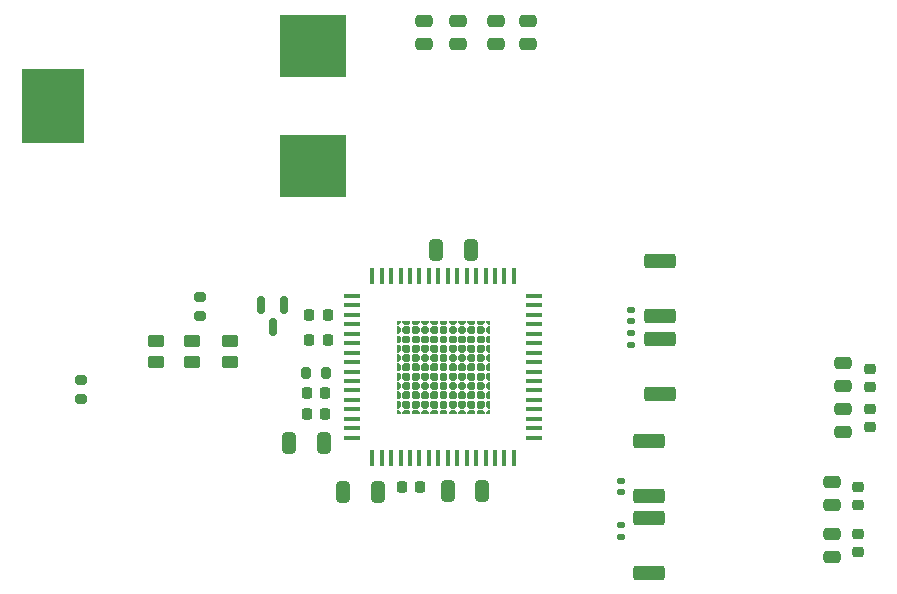
<source format=gtp>
G04 #@! TF.GenerationSoftware,KiCad,Pcbnew,(6.0.1)*
G04 #@! TF.CreationDate,2022-04-24T16:27:43-07:00*
G04 #@! TF.ProjectId,AudioAmp,41756469-6f41-46d7-902e-6b696361645f,rev?*
G04 #@! TF.SameCoordinates,Original*
G04 #@! TF.FileFunction,Paste,Top*
G04 #@! TF.FilePolarity,Positive*
%FSLAX46Y46*%
G04 Gerber Fmt 4.6, Leading zero omitted, Abs format (unit mm)*
G04 Created by KiCad (PCBNEW (6.0.1)) date 2022-04-24 16:27:43*
%MOMM*%
%LPD*%
G01*
G04 APERTURE LIST*
G04 Aperture macros list*
%AMRoundRect*
0 Rectangle with rounded corners*
0 $1 Rounding radius*
0 $2 $3 $4 $5 $6 $7 $8 $9 X,Y pos of 4 corners*
0 Add a 4 corners polygon primitive as box body*
4,1,4,$2,$3,$4,$5,$6,$7,$8,$9,$2,$3,0*
0 Add four circle primitives for the rounded corners*
1,1,$1+$1,$2,$3*
1,1,$1+$1,$4,$5*
1,1,$1+$1,$6,$7*
1,1,$1+$1,$8,$9*
0 Add four rect primitives between the rounded corners*
20,1,$1+$1,$2,$3,$4,$5,0*
20,1,$1+$1,$4,$5,$6,$7,0*
20,1,$1+$1,$6,$7,$8,$9,0*
20,1,$1+$1,$8,$9,$2,$3,0*%
G04 Aperture macros list end*
%ADD10C,0.100000*%
%ADD11RoundRect,0.200000X-0.200000X-0.275000X0.200000X-0.275000X0.200000X0.275000X-0.200000X0.275000X0*%
%ADD12RoundRect,0.250000X0.475000X-0.250000X0.475000X0.250000X-0.475000X0.250000X-0.475000X-0.250000X0*%
%ADD13RoundRect,0.150000X-0.150000X0.587500X-0.150000X-0.587500X0.150000X-0.587500X0.150000X0.587500X0*%
%ADD14RoundRect,0.225000X0.250000X-0.225000X0.250000X0.225000X-0.250000X0.225000X-0.250000X-0.225000X0*%
%ADD15RoundRect,0.250000X-1.075000X0.362500X-1.075000X-0.362500X1.075000X-0.362500X1.075000X0.362500X0*%
%ADD16RoundRect,0.250000X0.325000X0.650000X-0.325000X0.650000X-0.325000X-0.650000X0.325000X-0.650000X0*%
%ADD17RoundRect,0.200000X-0.275000X0.200000X-0.275000X-0.200000X0.275000X-0.200000X0.275000X0.200000X0*%
%ADD18R,1.404099X0.456400*%
%ADD19R,0.456400X1.404099*%
%ADD20RoundRect,0.250000X-0.325000X-0.650000X0.325000X-0.650000X0.325000X0.650000X-0.325000X0.650000X0*%
%ADD21RoundRect,0.140000X0.170000X-0.140000X0.170000X0.140000X-0.170000X0.140000X-0.170000X-0.140000X0*%
%ADD22RoundRect,0.250000X0.450000X-0.262500X0.450000X0.262500X-0.450000X0.262500X-0.450000X-0.262500X0*%
%ADD23RoundRect,0.225000X0.225000X0.250000X-0.225000X0.250000X-0.225000X-0.250000X0.225000X-0.250000X0*%
%ADD24RoundRect,0.200000X0.275000X-0.200000X0.275000X0.200000X-0.275000X0.200000X-0.275000X-0.200000X0*%
%ADD25R,5.588000X5.334000*%
%ADD26R,5.283200X6.350000*%
%ADD27RoundRect,0.225000X-0.225000X-0.250000X0.225000X-0.250000X0.225000X0.250000X-0.225000X0.250000X0*%
G04 APERTURE END LIST*
D10*
X138734321Y-107435400D02*
X138592900Y-107576821D01*
X138592900Y-107576821D02*
X138592900Y-107717170D01*
X138592900Y-107717170D02*
X139180300Y-107717170D01*
X139180300Y-107717170D02*
X139180300Y-107576821D01*
X139180300Y-107576821D02*
X139038879Y-107435400D01*
X139038879Y-107435400D02*
X138734321Y-107435400D01*
G36*
X139180300Y-107576821D02*
G01*
X139180300Y-107717170D01*
X138592900Y-107717170D01*
X138592900Y-107576821D01*
X138734321Y-107435400D01*
X139038879Y-107435400D01*
X139180300Y-107576821D01*
G37*
X139180300Y-107576821D02*
X139180300Y-107717170D01*
X138592900Y-107717170D01*
X138592900Y-107576821D01*
X138734321Y-107435400D01*
X139038879Y-107435400D01*
X139180300Y-107576821D01*
X134655900Y-99867030D02*
X134655900Y-100007379D01*
X134655900Y-100007379D02*
X134797321Y-100148800D01*
X134797321Y-100148800D02*
X135101879Y-100148800D01*
X135101879Y-100148800D02*
X135243300Y-100007379D01*
X135243300Y-100007379D02*
X135243300Y-99867030D01*
X135243300Y-99867030D02*
X134655900Y-99867030D01*
G36*
X135243300Y-100007379D02*
G01*
X135101879Y-100148800D01*
X134797321Y-100148800D01*
X134655900Y-100007379D01*
X134655900Y-99867030D01*
X135243300Y-99867030D01*
X135243300Y-100007379D01*
G37*
X135243300Y-100007379D02*
X135101879Y-100148800D01*
X134797321Y-100148800D01*
X134655900Y-100007379D01*
X134655900Y-99867030D01*
X135243300Y-99867030D01*
X135243300Y-100007379D01*
X131811930Y-101923600D02*
X131811930Y-102511000D01*
X131811930Y-102511000D02*
X131952279Y-102511000D01*
X131952279Y-102511000D02*
X132093700Y-102369579D01*
X132093700Y-102369579D02*
X132093700Y-102065021D01*
X132093700Y-102065021D02*
X131952279Y-101923600D01*
X131952279Y-101923600D02*
X131811930Y-101923600D01*
G36*
X132093700Y-102065021D02*
G01*
X132093700Y-102369579D01*
X131952279Y-102511000D01*
X131811930Y-102511000D01*
X131811930Y-101923600D01*
X131952279Y-101923600D01*
X132093700Y-102065021D01*
G37*
X132093700Y-102065021D02*
X132093700Y-102369579D01*
X131952279Y-102511000D01*
X131811930Y-102511000D01*
X131811930Y-101923600D01*
X131952279Y-101923600D01*
X132093700Y-102065021D01*
X138734321Y-101923600D02*
X138592900Y-102065021D01*
X138592900Y-102065021D02*
X138592900Y-102369579D01*
X138592900Y-102369579D02*
X138734321Y-102511000D01*
X138734321Y-102511000D02*
X139038879Y-102511000D01*
X139038879Y-102511000D02*
X139180300Y-102369579D01*
X139180300Y-102369579D02*
X139180300Y-102065021D01*
X139180300Y-102065021D02*
X139038879Y-101923600D01*
X139038879Y-101923600D02*
X138734321Y-101923600D01*
G36*
X139180300Y-102065021D02*
G01*
X139180300Y-102369579D01*
X139038879Y-102511000D01*
X138734321Y-102511000D01*
X138592900Y-102369579D01*
X138592900Y-102065021D01*
X138734321Y-101923600D01*
X139038879Y-101923600D01*
X139180300Y-102065021D01*
G37*
X139180300Y-102065021D02*
X139180300Y-102369579D01*
X139038879Y-102511000D01*
X138734321Y-102511000D01*
X138592900Y-102369579D01*
X138592900Y-102065021D01*
X138734321Y-101923600D01*
X139038879Y-101923600D01*
X139180300Y-102065021D01*
X132435121Y-107435400D02*
X132293700Y-107576821D01*
X132293700Y-107576821D02*
X132293700Y-107717170D01*
X132293700Y-107717170D02*
X132881100Y-107717170D01*
X132881100Y-107717170D02*
X132881100Y-107576821D01*
X132881100Y-107576821D02*
X132739679Y-107435400D01*
X132739679Y-107435400D02*
X132435121Y-107435400D01*
G36*
X132881100Y-107576821D02*
G01*
X132881100Y-107717170D01*
X132293700Y-107717170D01*
X132293700Y-107576821D01*
X132435121Y-107435400D01*
X132739679Y-107435400D01*
X132881100Y-107576821D01*
G37*
X132881100Y-107576821D02*
X132881100Y-107717170D01*
X132293700Y-107717170D01*
X132293700Y-107576821D01*
X132435121Y-107435400D01*
X132739679Y-107435400D01*
X132881100Y-107576821D01*
X135584721Y-104285800D02*
X135443300Y-104427221D01*
X135443300Y-104427221D02*
X135443300Y-104731779D01*
X135443300Y-104731779D02*
X135584721Y-104873200D01*
X135584721Y-104873200D02*
X135889279Y-104873200D01*
X135889279Y-104873200D02*
X136030700Y-104731779D01*
X136030700Y-104731779D02*
X136030700Y-104427221D01*
X136030700Y-104427221D02*
X135889279Y-104285800D01*
X135889279Y-104285800D02*
X135584721Y-104285800D01*
G36*
X136030700Y-104427221D02*
G01*
X136030700Y-104731779D01*
X135889279Y-104873200D01*
X135584721Y-104873200D01*
X135443300Y-104731779D01*
X135443300Y-104427221D01*
X135584721Y-104285800D01*
X135889279Y-104285800D01*
X136030700Y-104427221D01*
G37*
X136030700Y-104427221D02*
X136030700Y-104731779D01*
X135889279Y-104873200D01*
X135584721Y-104873200D01*
X135443300Y-104731779D01*
X135443300Y-104427221D01*
X135584721Y-104285800D01*
X135889279Y-104285800D01*
X136030700Y-104427221D01*
X132435121Y-103498400D02*
X132293700Y-103639821D01*
X132293700Y-103639821D02*
X132293700Y-103944379D01*
X132293700Y-103944379D02*
X132435121Y-104085800D01*
X132435121Y-104085800D02*
X132739679Y-104085800D01*
X132739679Y-104085800D02*
X132881100Y-103944379D01*
X132881100Y-103944379D02*
X132881100Y-103639821D01*
X132881100Y-103639821D02*
X132739679Y-103498400D01*
X132739679Y-103498400D02*
X132435121Y-103498400D01*
G36*
X132881100Y-103639821D02*
G01*
X132881100Y-103944379D01*
X132739679Y-104085800D01*
X132435121Y-104085800D01*
X132293700Y-103944379D01*
X132293700Y-103639821D01*
X132435121Y-103498400D01*
X132739679Y-103498400D01*
X132881100Y-103639821D01*
G37*
X132881100Y-103639821D02*
X132881100Y-103944379D01*
X132739679Y-104085800D01*
X132435121Y-104085800D01*
X132293700Y-103944379D01*
X132293700Y-103639821D01*
X132435121Y-103498400D01*
X132739679Y-103498400D01*
X132881100Y-103639821D01*
X135584721Y-105860600D02*
X135443300Y-106002021D01*
X135443300Y-106002021D02*
X135443300Y-106306579D01*
X135443300Y-106306579D02*
X135584721Y-106448000D01*
X135584721Y-106448000D02*
X135889279Y-106448000D01*
X135889279Y-106448000D02*
X136030700Y-106306579D01*
X136030700Y-106306579D02*
X136030700Y-106002021D01*
X136030700Y-106002021D02*
X135889279Y-105860600D01*
X135889279Y-105860600D02*
X135584721Y-105860600D01*
G36*
X136030700Y-106002021D02*
G01*
X136030700Y-106306579D01*
X135889279Y-106448000D01*
X135584721Y-106448000D01*
X135443300Y-106306579D01*
X135443300Y-106002021D01*
X135584721Y-105860600D01*
X135889279Y-105860600D01*
X136030700Y-106002021D01*
G37*
X136030700Y-106002021D02*
X136030700Y-106306579D01*
X135889279Y-106448000D01*
X135584721Y-106448000D01*
X135443300Y-106306579D01*
X135443300Y-106002021D01*
X135584721Y-105860600D01*
X135889279Y-105860600D01*
X136030700Y-106002021D01*
X136372121Y-105860600D02*
X136230700Y-106002021D01*
X136230700Y-106002021D02*
X136230700Y-106306579D01*
X136230700Y-106306579D02*
X136372121Y-106448000D01*
X136372121Y-106448000D02*
X136676679Y-106448000D01*
X136676679Y-106448000D02*
X136818100Y-106306579D01*
X136818100Y-106306579D02*
X136818100Y-106002021D01*
X136818100Y-106002021D02*
X136676679Y-105860600D01*
X136676679Y-105860600D02*
X136372121Y-105860600D01*
G36*
X136818100Y-106002021D02*
G01*
X136818100Y-106306579D01*
X136676679Y-106448000D01*
X136372121Y-106448000D01*
X136230700Y-106306579D01*
X136230700Y-106002021D01*
X136372121Y-105860600D01*
X136676679Y-105860600D01*
X136818100Y-106002021D01*
G37*
X136818100Y-106002021D02*
X136818100Y-106306579D01*
X136676679Y-106448000D01*
X136372121Y-106448000D01*
X136230700Y-106306579D01*
X136230700Y-106002021D01*
X136372121Y-105860600D01*
X136676679Y-105860600D01*
X136818100Y-106002021D01*
X133081100Y-99867030D02*
X133081100Y-100007379D01*
X133081100Y-100007379D02*
X133222521Y-100148800D01*
X133222521Y-100148800D02*
X133527079Y-100148800D01*
X133527079Y-100148800D02*
X133668500Y-100007379D01*
X133668500Y-100007379D02*
X133668500Y-99867030D01*
X133668500Y-99867030D02*
X133081100Y-99867030D01*
G36*
X133668500Y-100007379D02*
G01*
X133527079Y-100148800D01*
X133222521Y-100148800D01*
X133081100Y-100007379D01*
X133081100Y-99867030D01*
X133668500Y-99867030D01*
X133668500Y-100007379D01*
G37*
X133668500Y-100007379D02*
X133527079Y-100148800D01*
X133222521Y-100148800D01*
X133081100Y-100007379D01*
X133081100Y-99867030D01*
X133668500Y-99867030D01*
X133668500Y-100007379D01*
X133222521Y-105073200D02*
X133081100Y-105214621D01*
X133081100Y-105214621D02*
X133081100Y-105519179D01*
X133081100Y-105519179D02*
X133222521Y-105660600D01*
X133222521Y-105660600D02*
X133527079Y-105660600D01*
X133527079Y-105660600D02*
X133668500Y-105519179D01*
X133668500Y-105519179D02*
X133668500Y-105214621D01*
X133668500Y-105214621D02*
X133527079Y-105073200D01*
X133527079Y-105073200D02*
X133222521Y-105073200D01*
G36*
X133668500Y-105214621D02*
G01*
X133668500Y-105519179D01*
X133527079Y-105660600D01*
X133222521Y-105660600D01*
X133081100Y-105519179D01*
X133081100Y-105214621D01*
X133222521Y-105073200D01*
X133527079Y-105073200D01*
X133668500Y-105214621D01*
G37*
X133668500Y-105214621D02*
X133668500Y-105519179D01*
X133527079Y-105660600D01*
X133222521Y-105660600D01*
X133081100Y-105519179D01*
X133081100Y-105214621D01*
X133222521Y-105073200D01*
X133527079Y-105073200D01*
X133668500Y-105214621D01*
X134797321Y-101923600D02*
X134655900Y-102065021D01*
X134655900Y-102065021D02*
X134655900Y-102369579D01*
X134655900Y-102369579D02*
X134797321Y-102511000D01*
X134797321Y-102511000D02*
X135101879Y-102511000D01*
X135101879Y-102511000D02*
X135243300Y-102369579D01*
X135243300Y-102369579D02*
X135243300Y-102065021D01*
X135243300Y-102065021D02*
X135101879Y-101923600D01*
X135101879Y-101923600D02*
X134797321Y-101923600D01*
G36*
X135243300Y-102065021D02*
G01*
X135243300Y-102369579D01*
X135101879Y-102511000D01*
X134797321Y-102511000D01*
X134655900Y-102369579D01*
X134655900Y-102065021D01*
X134797321Y-101923600D01*
X135101879Y-101923600D01*
X135243300Y-102065021D01*
G37*
X135243300Y-102065021D02*
X135243300Y-102369579D01*
X135101879Y-102511000D01*
X134797321Y-102511000D01*
X134655900Y-102369579D01*
X134655900Y-102065021D01*
X134797321Y-101923600D01*
X135101879Y-101923600D01*
X135243300Y-102065021D01*
X134009921Y-101923600D02*
X133868500Y-102065021D01*
X133868500Y-102065021D02*
X133868500Y-102369579D01*
X133868500Y-102369579D02*
X134009921Y-102511000D01*
X134009921Y-102511000D02*
X134314479Y-102511000D01*
X134314479Y-102511000D02*
X134455900Y-102369579D01*
X134455900Y-102369579D02*
X134455900Y-102065021D01*
X134455900Y-102065021D02*
X134314479Y-101923600D01*
X134314479Y-101923600D02*
X134009921Y-101923600D01*
G36*
X134455900Y-102065021D02*
G01*
X134455900Y-102369579D01*
X134314479Y-102511000D01*
X134009921Y-102511000D01*
X133868500Y-102369579D01*
X133868500Y-102065021D01*
X134009921Y-101923600D01*
X134314479Y-101923600D01*
X134455900Y-102065021D01*
G37*
X134455900Y-102065021D02*
X134455900Y-102369579D01*
X134314479Y-102511000D01*
X134009921Y-102511000D01*
X133868500Y-102369579D01*
X133868500Y-102065021D01*
X134009921Y-101923600D01*
X134314479Y-101923600D01*
X134455900Y-102065021D01*
X131811930Y-102711000D02*
X131811930Y-103298400D01*
X131811930Y-103298400D02*
X131952279Y-103298400D01*
X131952279Y-103298400D02*
X132093700Y-103156979D01*
X132093700Y-103156979D02*
X132093700Y-102852421D01*
X132093700Y-102852421D02*
X131952279Y-102711000D01*
X131952279Y-102711000D02*
X131811930Y-102711000D01*
G36*
X132093700Y-102852421D02*
G01*
X132093700Y-103156979D01*
X131952279Y-103298400D01*
X131811930Y-103298400D01*
X131811930Y-102711000D01*
X131952279Y-102711000D01*
X132093700Y-102852421D01*
G37*
X132093700Y-102852421D02*
X132093700Y-103156979D01*
X131952279Y-103298400D01*
X131811930Y-103298400D01*
X131811930Y-102711000D01*
X131952279Y-102711000D01*
X132093700Y-102852421D01*
X134009921Y-101136200D02*
X133868500Y-101277621D01*
X133868500Y-101277621D02*
X133868500Y-101582179D01*
X133868500Y-101582179D02*
X134009921Y-101723600D01*
X134009921Y-101723600D02*
X134314479Y-101723600D01*
X134314479Y-101723600D02*
X134455900Y-101582179D01*
X134455900Y-101582179D02*
X134455900Y-101277621D01*
X134455900Y-101277621D02*
X134314479Y-101136200D01*
X134314479Y-101136200D02*
X134009921Y-101136200D01*
G36*
X134455900Y-101277621D02*
G01*
X134455900Y-101582179D01*
X134314479Y-101723600D01*
X134009921Y-101723600D01*
X133868500Y-101582179D01*
X133868500Y-101277621D01*
X134009921Y-101136200D01*
X134314479Y-101136200D01*
X134455900Y-101277621D01*
G37*
X134455900Y-101277621D02*
X134455900Y-101582179D01*
X134314479Y-101723600D01*
X134009921Y-101723600D01*
X133868500Y-101582179D01*
X133868500Y-101277621D01*
X134009921Y-101136200D01*
X134314479Y-101136200D01*
X134455900Y-101277621D01*
X134009921Y-105860600D02*
X133868500Y-106002021D01*
X133868500Y-106002021D02*
X133868500Y-106306579D01*
X133868500Y-106306579D02*
X134009921Y-106448000D01*
X134009921Y-106448000D02*
X134314479Y-106448000D01*
X134314479Y-106448000D02*
X134455900Y-106306579D01*
X134455900Y-106306579D02*
X134455900Y-106002021D01*
X134455900Y-106002021D02*
X134314479Y-105860600D01*
X134314479Y-105860600D02*
X134009921Y-105860600D01*
G36*
X134455900Y-106002021D02*
G01*
X134455900Y-106306579D01*
X134314479Y-106448000D01*
X134009921Y-106448000D01*
X133868500Y-106306579D01*
X133868500Y-106002021D01*
X134009921Y-105860600D01*
X134314479Y-105860600D01*
X134455900Y-106002021D01*
G37*
X134455900Y-106002021D02*
X134455900Y-106306579D01*
X134314479Y-106448000D01*
X134009921Y-106448000D01*
X133868500Y-106306579D01*
X133868500Y-106002021D01*
X134009921Y-105860600D01*
X134314479Y-105860600D01*
X134455900Y-106002021D01*
X135443300Y-99867030D02*
X135443300Y-100007379D01*
X135443300Y-100007379D02*
X135584721Y-100148800D01*
X135584721Y-100148800D02*
X135889279Y-100148800D01*
X135889279Y-100148800D02*
X136030700Y-100007379D01*
X136030700Y-100007379D02*
X136030700Y-99867030D01*
X136030700Y-99867030D02*
X135443300Y-99867030D01*
G36*
X136030700Y-100007379D02*
G01*
X135889279Y-100148800D01*
X135584721Y-100148800D01*
X135443300Y-100007379D01*
X135443300Y-99867030D01*
X136030700Y-99867030D01*
X136030700Y-100007379D01*
G37*
X136030700Y-100007379D02*
X135889279Y-100148800D01*
X135584721Y-100148800D01*
X135443300Y-100007379D01*
X135443300Y-99867030D01*
X136030700Y-99867030D01*
X136030700Y-100007379D01*
X137946921Y-105073200D02*
X137805500Y-105214621D01*
X137805500Y-105214621D02*
X137805500Y-105519179D01*
X137805500Y-105519179D02*
X137946921Y-105660600D01*
X137946921Y-105660600D02*
X138251479Y-105660600D01*
X138251479Y-105660600D02*
X138392900Y-105519179D01*
X138392900Y-105519179D02*
X138392900Y-105214621D01*
X138392900Y-105214621D02*
X138251479Y-105073200D01*
X138251479Y-105073200D02*
X137946921Y-105073200D01*
G36*
X138392900Y-105214621D02*
G01*
X138392900Y-105519179D01*
X138251479Y-105660600D01*
X137946921Y-105660600D01*
X137805500Y-105519179D01*
X137805500Y-105214621D01*
X137946921Y-105073200D01*
X138251479Y-105073200D01*
X138392900Y-105214621D01*
G37*
X138392900Y-105214621D02*
X138392900Y-105519179D01*
X138251479Y-105660600D01*
X137946921Y-105660600D01*
X137805500Y-105519179D01*
X137805500Y-105214621D01*
X137946921Y-105073200D01*
X138251479Y-105073200D01*
X138392900Y-105214621D01*
X137946921Y-105860600D02*
X137805500Y-106002021D01*
X137805500Y-106002021D02*
X137805500Y-106306579D01*
X137805500Y-106306579D02*
X137946921Y-106448000D01*
X137946921Y-106448000D02*
X138251479Y-106448000D01*
X138251479Y-106448000D02*
X138392900Y-106306579D01*
X138392900Y-106306579D02*
X138392900Y-106002021D01*
X138392900Y-106002021D02*
X138251479Y-105860600D01*
X138251479Y-105860600D02*
X137946921Y-105860600D01*
G36*
X138392900Y-106002021D02*
G01*
X138392900Y-106306579D01*
X138251479Y-106448000D01*
X137946921Y-106448000D01*
X137805500Y-106306579D01*
X137805500Y-106002021D01*
X137946921Y-105860600D01*
X138251479Y-105860600D01*
X138392900Y-106002021D01*
G37*
X138392900Y-106002021D02*
X138392900Y-106306579D01*
X138251479Y-106448000D01*
X137946921Y-106448000D01*
X137805500Y-106306579D01*
X137805500Y-106002021D01*
X137946921Y-105860600D01*
X138251479Y-105860600D01*
X138392900Y-106002021D01*
X138592900Y-99867030D02*
X138592900Y-100007379D01*
X138592900Y-100007379D02*
X138734321Y-100148800D01*
X138734321Y-100148800D02*
X139038879Y-100148800D01*
X139038879Y-100148800D02*
X139180300Y-100007379D01*
X139180300Y-100007379D02*
X139180300Y-99867030D01*
X139180300Y-99867030D02*
X138592900Y-99867030D01*
G36*
X139180300Y-100007379D02*
G01*
X139038879Y-100148800D01*
X138734321Y-100148800D01*
X138592900Y-100007379D01*
X138592900Y-99867030D01*
X139180300Y-99867030D01*
X139180300Y-100007379D01*
G37*
X139180300Y-100007379D02*
X139038879Y-100148800D01*
X138734321Y-100148800D01*
X138592900Y-100007379D01*
X138592900Y-99867030D01*
X139180300Y-99867030D01*
X139180300Y-100007379D01*
X134797321Y-105073200D02*
X134655900Y-105214621D01*
X134655900Y-105214621D02*
X134655900Y-105519179D01*
X134655900Y-105519179D02*
X134797321Y-105660600D01*
X134797321Y-105660600D02*
X135101879Y-105660600D01*
X135101879Y-105660600D02*
X135243300Y-105519179D01*
X135243300Y-105519179D02*
X135243300Y-105214621D01*
X135243300Y-105214621D02*
X135101879Y-105073200D01*
X135101879Y-105073200D02*
X134797321Y-105073200D01*
G36*
X135243300Y-105214621D02*
G01*
X135243300Y-105519179D01*
X135101879Y-105660600D01*
X134797321Y-105660600D01*
X134655900Y-105519179D01*
X134655900Y-105214621D01*
X134797321Y-105073200D01*
X135101879Y-105073200D01*
X135243300Y-105214621D01*
G37*
X135243300Y-105214621D02*
X135243300Y-105519179D01*
X135101879Y-105660600D01*
X134797321Y-105660600D01*
X134655900Y-105519179D01*
X134655900Y-105214621D01*
X134797321Y-105073200D01*
X135101879Y-105073200D01*
X135243300Y-105214621D01*
X133222521Y-100348800D02*
X133081100Y-100490221D01*
X133081100Y-100490221D02*
X133081100Y-100794779D01*
X133081100Y-100794779D02*
X133222521Y-100936200D01*
X133222521Y-100936200D02*
X133527079Y-100936200D01*
X133527079Y-100936200D02*
X133668500Y-100794779D01*
X133668500Y-100794779D02*
X133668500Y-100490221D01*
X133668500Y-100490221D02*
X133527079Y-100348800D01*
X133527079Y-100348800D02*
X133222521Y-100348800D01*
G36*
X133668500Y-100490221D02*
G01*
X133668500Y-100794779D01*
X133527079Y-100936200D01*
X133222521Y-100936200D01*
X133081100Y-100794779D01*
X133081100Y-100490221D01*
X133222521Y-100348800D01*
X133527079Y-100348800D01*
X133668500Y-100490221D01*
G37*
X133668500Y-100490221D02*
X133668500Y-100794779D01*
X133527079Y-100936200D01*
X133222521Y-100936200D01*
X133081100Y-100794779D01*
X133081100Y-100490221D01*
X133222521Y-100348800D01*
X133527079Y-100348800D01*
X133668500Y-100490221D01*
X136372121Y-104285800D02*
X136230700Y-104427221D01*
X136230700Y-104427221D02*
X136230700Y-104731779D01*
X136230700Y-104731779D02*
X136372121Y-104873200D01*
X136372121Y-104873200D02*
X136676679Y-104873200D01*
X136676679Y-104873200D02*
X136818100Y-104731779D01*
X136818100Y-104731779D02*
X136818100Y-104427221D01*
X136818100Y-104427221D02*
X136676679Y-104285800D01*
X136676679Y-104285800D02*
X136372121Y-104285800D01*
G36*
X136818100Y-104427221D02*
G01*
X136818100Y-104731779D01*
X136676679Y-104873200D01*
X136372121Y-104873200D01*
X136230700Y-104731779D01*
X136230700Y-104427221D01*
X136372121Y-104285800D01*
X136676679Y-104285800D01*
X136818100Y-104427221D01*
G37*
X136818100Y-104427221D02*
X136818100Y-104731779D01*
X136676679Y-104873200D01*
X136372121Y-104873200D01*
X136230700Y-104731779D01*
X136230700Y-104427221D01*
X136372121Y-104285800D01*
X136676679Y-104285800D01*
X136818100Y-104427221D01*
X134797321Y-105860600D02*
X134655900Y-106002021D01*
X134655900Y-106002021D02*
X134655900Y-106306579D01*
X134655900Y-106306579D02*
X134797321Y-106448000D01*
X134797321Y-106448000D02*
X135101879Y-106448000D01*
X135101879Y-106448000D02*
X135243300Y-106306579D01*
X135243300Y-106306579D02*
X135243300Y-106002021D01*
X135243300Y-106002021D02*
X135101879Y-105860600D01*
X135101879Y-105860600D02*
X134797321Y-105860600D01*
G36*
X135243300Y-106002021D02*
G01*
X135243300Y-106306579D01*
X135101879Y-106448000D01*
X134797321Y-106448000D01*
X134655900Y-106306579D01*
X134655900Y-106002021D01*
X134797321Y-105860600D01*
X135101879Y-105860600D01*
X135243300Y-106002021D01*
G37*
X135243300Y-106002021D02*
X135243300Y-106306579D01*
X135101879Y-106448000D01*
X134797321Y-106448000D01*
X134655900Y-106306579D01*
X134655900Y-106002021D01*
X134797321Y-105860600D01*
X135101879Y-105860600D01*
X135243300Y-106002021D01*
X131811930Y-101136200D02*
X131811930Y-101723600D01*
X131811930Y-101723600D02*
X131952279Y-101723600D01*
X131952279Y-101723600D02*
X132093700Y-101582179D01*
X132093700Y-101582179D02*
X132093700Y-101277621D01*
X132093700Y-101277621D02*
X131952279Y-101136200D01*
X131952279Y-101136200D02*
X131811930Y-101136200D01*
G36*
X132093700Y-101277621D02*
G01*
X132093700Y-101582179D01*
X131952279Y-101723600D01*
X131811930Y-101723600D01*
X131811930Y-101136200D01*
X131952279Y-101136200D01*
X132093700Y-101277621D01*
G37*
X132093700Y-101277621D02*
X132093700Y-101582179D01*
X131952279Y-101723600D01*
X131811930Y-101723600D01*
X131811930Y-101136200D01*
X131952279Y-101136200D01*
X132093700Y-101277621D01*
X131811930Y-105073200D02*
X131811930Y-105660600D01*
X131811930Y-105660600D02*
X131952279Y-105660600D01*
X131952279Y-105660600D02*
X132093700Y-105519179D01*
X132093700Y-105519179D02*
X132093700Y-105214621D01*
X132093700Y-105214621D02*
X131952279Y-105073200D01*
X131952279Y-105073200D02*
X131811930Y-105073200D01*
G36*
X132093700Y-105214621D02*
G01*
X132093700Y-105519179D01*
X131952279Y-105660600D01*
X131811930Y-105660600D01*
X131811930Y-105073200D01*
X131952279Y-105073200D01*
X132093700Y-105214621D01*
G37*
X132093700Y-105214621D02*
X132093700Y-105519179D01*
X131952279Y-105660600D01*
X131811930Y-105660600D01*
X131811930Y-105073200D01*
X131952279Y-105073200D01*
X132093700Y-105214621D01*
X138734321Y-104285800D02*
X138592900Y-104427221D01*
X138592900Y-104427221D02*
X138592900Y-104731779D01*
X138592900Y-104731779D02*
X138734321Y-104873200D01*
X138734321Y-104873200D02*
X139038879Y-104873200D01*
X139038879Y-104873200D02*
X139180300Y-104731779D01*
X139180300Y-104731779D02*
X139180300Y-104427221D01*
X139180300Y-104427221D02*
X139038879Y-104285800D01*
X139038879Y-104285800D02*
X138734321Y-104285800D01*
G36*
X139180300Y-104427221D02*
G01*
X139180300Y-104731779D01*
X139038879Y-104873200D01*
X138734321Y-104873200D01*
X138592900Y-104731779D01*
X138592900Y-104427221D01*
X138734321Y-104285800D01*
X139038879Y-104285800D01*
X139180300Y-104427221D01*
G37*
X139180300Y-104427221D02*
X139180300Y-104731779D01*
X139038879Y-104873200D01*
X138734321Y-104873200D01*
X138592900Y-104731779D01*
X138592900Y-104427221D01*
X138734321Y-104285800D01*
X139038879Y-104285800D01*
X139180300Y-104427221D01*
X134009921Y-103498400D02*
X133868500Y-103639821D01*
X133868500Y-103639821D02*
X133868500Y-103944379D01*
X133868500Y-103944379D02*
X134009921Y-104085800D01*
X134009921Y-104085800D02*
X134314479Y-104085800D01*
X134314479Y-104085800D02*
X134455900Y-103944379D01*
X134455900Y-103944379D02*
X134455900Y-103639821D01*
X134455900Y-103639821D02*
X134314479Y-103498400D01*
X134314479Y-103498400D02*
X134009921Y-103498400D01*
G36*
X134455900Y-103639821D02*
G01*
X134455900Y-103944379D01*
X134314479Y-104085800D01*
X134009921Y-104085800D01*
X133868500Y-103944379D01*
X133868500Y-103639821D01*
X134009921Y-103498400D01*
X134314479Y-103498400D01*
X134455900Y-103639821D01*
G37*
X134455900Y-103639821D02*
X134455900Y-103944379D01*
X134314479Y-104085800D01*
X134009921Y-104085800D01*
X133868500Y-103944379D01*
X133868500Y-103639821D01*
X134009921Y-103498400D01*
X134314479Y-103498400D01*
X134455900Y-103639821D01*
X135584721Y-106648000D02*
X135443300Y-106789421D01*
X135443300Y-106789421D02*
X135443300Y-107093979D01*
X135443300Y-107093979D02*
X135584721Y-107235400D01*
X135584721Y-107235400D02*
X135889279Y-107235400D01*
X135889279Y-107235400D02*
X136030700Y-107093979D01*
X136030700Y-107093979D02*
X136030700Y-106789421D01*
X136030700Y-106789421D02*
X135889279Y-106648000D01*
X135889279Y-106648000D02*
X135584721Y-106648000D01*
G36*
X136030700Y-106789421D02*
G01*
X136030700Y-107093979D01*
X135889279Y-107235400D01*
X135584721Y-107235400D01*
X135443300Y-107093979D01*
X135443300Y-106789421D01*
X135584721Y-106648000D01*
X135889279Y-106648000D01*
X136030700Y-106789421D01*
G37*
X136030700Y-106789421D02*
X136030700Y-107093979D01*
X135889279Y-107235400D01*
X135584721Y-107235400D01*
X135443300Y-107093979D01*
X135443300Y-106789421D01*
X135584721Y-106648000D01*
X135889279Y-106648000D01*
X136030700Y-106789421D01*
X139521721Y-101136200D02*
X139380300Y-101277621D01*
X139380300Y-101277621D02*
X139380300Y-101582179D01*
X139380300Y-101582179D02*
X139521721Y-101723600D01*
X139521721Y-101723600D02*
X139662070Y-101723600D01*
X139662070Y-101723600D02*
X139662070Y-101136200D01*
X139662070Y-101136200D02*
X139521721Y-101136200D01*
G36*
X139662070Y-101723600D02*
G01*
X139521721Y-101723600D01*
X139380300Y-101582179D01*
X139380300Y-101277621D01*
X139521721Y-101136200D01*
X139662070Y-101136200D01*
X139662070Y-101723600D01*
G37*
X139662070Y-101723600D02*
X139521721Y-101723600D01*
X139380300Y-101582179D01*
X139380300Y-101277621D01*
X139521721Y-101136200D01*
X139662070Y-101136200D01*
X139662070Y-101723600D01*
X137946921Y-106648000D02*
X137805500Y-106789421D01*
X137805500Y-106789421D02*
X137805500Y-107093979D01*
X137805500Y-107093979D02*
X137946921Y-107235400D01*
X137946921Y-107235400D02*
X138251479Y-107235400D01*
X138251479Y-107235400D02*
X138392900Y-107093979D01*
X138392900Y-107093979D02*
X138392900Y-106789421D01*
X138392900Y-106789421D02*
X138251479Y-106648000D01*
X138251479Y-106648000D02*
X137946921Y-106648000D01*
G36*
X138392900Y-106789421D02*
G01*
X138392900Y-107093979D01*
X138251479Y-107235400D01*
X137946921Y-107235400D01*
X137805500Y-107093979D01*
X137805500Y-106789421D01*
X137946921Y-106648000D01*
X138251479Y-106648000D01*
X138392900Y-106789421D01*
G37*
X138392900Y-106789421D02*
X138392900Y-107093979D01*
X138251479Y-107235400D01*
X137946921Y-107235400D01*
X137805500Y-107093979D01*
X137805500Y-106789421D01*
X137946921Y-106648000D01*
X138251479Y-106648000D01*
X138392900Y-106789421D01*
X131811930Y-100348800D02*
X131811930Y-100936200D01*
X131811930Y-100936200D02*
X131952279Y-100936200D01*
X131952279Y-100936200D02*
X132093700Y-100794779D01*
X132093700Y-100794779D02*
X132093700Y-100490221D01*
X132093700Y-100490221D02*
X131952279Y-100348800D01*
X131952279Y-100348800D02*
X131811930Y-100348800D01*
G36*
X132093700Y-100490221D02*
G01*
X132093700Y-100794779D01*
X131952279Y-100936200D01*
X131811930Y-100936200D01*
X131811930Y-100348800D01*
X131952279Y-100348800D01*
X132093700Y-100490221D01*
G37*
X132093700Y-100490221D02*
X132093700Y-100794779D01*
X131952279Y-100936200D01*
X131811930Y-100936200D01*
X131811930Y-100348800D01*
X131952279Y-100348800D01*
X132093700Y-100490221D01*
X134009921Y-100348800D02*
X133868500Y-100490221D01*
X133868500Y-100490221D02*
X133868500Y-100794779D01*
X133868500Y-100794779D02*
X134009921Y-100936200D01*
X134009921Y-100936200D02*
X134314479Y-100936200D01*
X134314479Y-100936200D02*
X134455900Y-100794779D01*
X134455900Y-100794779D02*
X134455900Y-100490221D01*
X134455900Y-100490221D02*
X134314479Y-100348800D01*
X134314479Y-100348800D02*
X134009921Y-100348800D01*
G36*
X134455900Y-100490221D02*
G01*
X134455900Y-100794779D01*
X134314479Y-100936200D01*
X134009921Y-100936200D01*
X133868500Y-100794779D01*
X133868500Y-100490221D01*
X134009921Y-100348800D01*
X134314479Y-100348800D01*
X134455900Y-100490221D01*
G37*
X134455900Y-100490221D02*
X134455900Y-100794779D01*
X134314479Y-100936200D01*
X134009921Y-100936200D01*
X133868500Y-100794779D01*
X133868500Y-100490221D01*
X134009921Y-100348800D01*
X134314479Y-100348800D01*
X134455900Y-100490221D01*
X134797321Y-103498400D02*
X134655900Y-103639821D01*
X134655900Y-103639821D02*
X134655900Y-103944379D01*
X134655900Y-103944379D02*
X134797321Y-104085800D01*
X134797321Y-104085800D02*
X135101879Y-104085800D01*
X135101879Y-104085800D02*
X135243300Y-103944379D01*
X135243300Y-103944379D02*
X135243300Y-103639821D01*
X135243300Y-103639821D02*
X135101879Y-103498400D01*
X135101879Y-103498400D02*
X134797321Y-103498400D01*
G36*
X135243300Y-103639821D02*
G01*
X135243300Y-103944379D01*
X135101879Y-104085800D01*
X134797321Y-104085800D01*
X134655900Y-103944379D01*
X134655900Y-103639821D01*
X134797321Y-103498400D01*
X135101879Y-103498400D01*
X135243300Y-103639821D01*
G37*
X135243300Y-103639821D02*
X135243300Y-103944379D01*
X135101879Y-104085800D01*
X134797321Y-104085800D01*
X134655900Y-103944379D01*
X134655900Y-103639821D01*
X134797321Y-103498400D01*
X135101879Y-103498400D01*
X135243300Y-103639821D01*
X139521721Y-105860600D02*
X139380300Y-106002021D01*
X139380300Y-106002021D02*
X139380300Y-106306579D01*
X139380300Y-106306579D02*
X139521721Y-106448000D01*
X139521721Y-106448000D02*
X139662070Y-106448000D01*
X139662070Y-106448000D02*
X139662070Y-105860600D01*
X139662070Y-105860600D02*
X139521721Y-105860600D01*
G36*
X139662070Y-106448000D02*
G01*
X139521721Y-106448000D01*
X139380300Y-106306579D01*
X139380300Y-106002021D01*
X139521721Y-105860600D01*
X139662070Y-105860600D01*
X139662070Y-106448000D01*
G37*
X139662070Y-106448000D02*
X139521721Y-106448000D01*
X139380300Y-106306579D01*
X139380300Y-106002021D01*
X139521721Y-105860600D01*
X139662070Y-105860600D01*
X139662070Y-106448000D01*
X132293700Y-99867030D02*
X132293700Y-100007379D01*
X132293700Y-100007379D02*
X132435121Y-100148800D01*
X132435121Y-100148800D02*
X132739679Y-100148800D01*
X132739679Y-100148800D02*
X132881100Y-100007379D01*
X132881100Y-100007379D02*
X132881100Y-99867030D01*
X132881100Y-99867030D02*
X132293700Y-99867030D01*
G36*
X132881100Y-100007379D02*
G01*
X132739679Y-100148800D01*
X132435121Y-100148800D01*
X132293700Y-100007379D01*
X132293700Y-99867030D01*
X132881100Y-99867030D01*
X132881100Y-100007379D01*
G37*
X132881100Y-100007379D02*
X132739679Y-100148800D01*
X132435121Y-100148800D01*
X132293700Y-100007379D01*
X132293700Y-99867030D01*
X132881100Y-99867030D01*
X132881100Y-100007379D01*
X137159521Y-102711000D02*
X137018100Y-102852421D01*
X137018100Y-102852421D02*
X137018100Y-103156979D01*
X137018100Y-103156979D02*
X137159521Y-103298400D01*
X137159521Y-103298400D02*
X137464079Y-103298400D01*
X137464079Y-103298400D02*
X137605500Y-103156979D01*
X137605500Y-103156979D02*
X137605500Y-102852421D01*
X137605500Y-102852421D02*
X137464079Y-102711000D01*
X137464079Y-102711000D02*
X137159521Y-102711000D01*
G36*
X137605500Y-102852421D02*
G01*
X137605500Y-103156979D01*
X137464079Y-103298400D01*
X137159521Y-103298400D01*
X137018100Y-103156979D01*
X137018100Y-102852421D01*
X137159521Y-102711000D01*
X137464079Y-102711000D01*
X137605500Y-102852421D01*
G37*
X137605500Y-102852421D02*
X137605500Y-103156979D01*
X137464079Y-103298400D01*
X137159521Y-103298400D01*
X137018100Y-103156979D01*
X137018100Y-102852421D01*
X137159521Y-102711000D01*
X137464079Y-102711000D01*
X137605500Y-102852421D01*
X137159521Y-103498400D02*
X137018100Y-103639821D01*
X137018100Y-103639821D02*
X137018100Y-103944379D01*
X137018100Y-103944379D02*
X137159521Y-104085800D01*
X137159521Y-104085800D02*
X137464079Y-104085800D01*
X137464079Y-104085800D02*
X137605500Y-103944379D01*
X137605500Y-103944379D02*
X137605500Y-103639821D01*
X137605500Y-103639821D02*
X137464079Y-103498400D01*
X137464079Y-103498400D02*
X137159521Y-103498400D01*
G36*
X137605500Y-103639821D02*
G01*
X137605500Y-103944379D01*
X137464079Y-104085800D01*
X137159521Y-104085800D01*
X137018100Y-103944379D01*
X137018100Y-103639821D01*
X137159521Y-103498400D01*
X137464079Y-103498400D01*
X137605500Y-103639821D01*
G37*
X137605500Y-103639821D02*
X137605500Y-103944379D01*
X137464079Y-104085800D01*
X137159521Y-104085800D01*
X137018100Y-103944379D01*
X137018100Y-103639821D01*
X137159521Y-103498400D01*
X137464079Y-103498400D01*
X137605500Y-103639821D01*
X137946921Y-102711000D02*
X137805500Y-102852421D01*
X137805500Y-102852421D02*
X137805500Y-103156979D01*
X137805500Y-103156979D02*
X137946921Y-103298400D01*
X137946921Y-103298400D02*
X138251479Y-103298400D01*
X138251479Y-103298400D02*
X138392900Y-103156979D01*
X138392900Y-103156979D02*
X138392900Y-102852421D01*
X138392900Y-102852421D02*
X138251479Y-102711000D01*
X138251479Y-102711000D02*
X137946921Y-102711000D01*
G36*
X138392900Y-102852421D02*
G01*
X138392900Y-103156979D01*
X138251479Y-103298400D01*
X137946921Y-103298400D01*
X137805500Y-103156979D01*
X137805500Y-102852421D01*
X137946921Y-102711000D01*
X138251479Y-102711000D01*
X138392900Y-102852421D01*
G37*
X138392900Y-102852421D02*
X138392900Y-103156979D01*
X138251479Y-103298400D01*
X137946921Y-103298400D01*
X137805500Y-103156979D01*
X137805500Y-102852421D01*
X137946921Y-102711000D01*
X138251479Y-102711000D01*
X138392900Y-102852421D01*
X134009921Y-102711000D02*
X133868500Y-102852421D01*
X133868500Y-102852421D02*
X133868500Y-103156979D01*
X133868500Y-103156979D02*
X134009921Y-103298400D01*
X134009921Y-103298400D02*
X134314479Y-103298400D01*
X134314479Y-103298400D02*
X134455900Y-103156979D01*
X134455900Y-103156979D02*
X134455900Y-102852421D01*
X134455900Y-102852421D02*
X134314479Y-102711000D01*
X134314479Y-102711000D02*
X134009921Y-102711000D01*
G36*
X134455900Y-102852421D02*
G01*
X134455900Y-103156979D01*
X134314479Y-103298400D01*
X134009921Y-103298400D01*
X133868500Y-103156979D01*
X133868500Y-102852421D01*
X134009921Y-102711000D01*
X134314479Y-102711000D01*
X134455900Y-102852421D01*
G37*
X134455900Y-102852421D02*
X134455900Y-103156979D01*
X134314479Y-103298400D01*
X134009921Y-103298400D01*
X133868500Y-103156979D01*
X133868500Y-102852421D01*
X134009921Y-102711000D01*
X134314479Y-102711000D01*
X134455900Y-102852421D01*
X136372121Y-102711000D02*
X136230700Y-102852421D01*
X136230700Y-102852421D02*
X136230700Y-103156979D01*
X136230700Y-103156979D02*
X136372121Y-103298400D01*
X136372121Y-103298400D02*
X136676679Y-103298400D01*
X136676679Y-103298400D02*
X136818100Y-103156979D01*
X136818100Y-103156979D02*
X136818100Y-102852421D01*
X136818100Y-102852421D02*
X136676679Y-102711000D01*
X136676679Y-102711000D02*
X136372121Y-102711000D01*
G36*
X136818100Y-102852421D02*
G01*
X136818100Y-103156979D01*
X136676679Y-103298400D01*
X136372121Y-103298400D01*
X136230700Y-103156979D01*
X136230700Y-102852421D01*
X136372121Y-102711000D01*
X136676679Y-102711000D01*
X136818100Y-102852421D01*
G37*
X136818100Y-102852421D02*
X136818100Y-103156979D01*
X136676679Y-103298400D01*
X136372121Y-103298400D01*
X136230700Y-103156979D01*
X136230700Y-102852421D01*
X136372121Y-102711000D01*
X136676679Y-102711000D01*
X136818100Y-102852421D01*
X133222521Y-101923600D02*
X133081100Y-102065021D01*
X133081100Y-102065021D02*
X133081100Y-102369579D01*
X133081100Y-102369579D02*
X133222521Y-102511000D01*
X133222521Y-102511000D02*
X133527079Y-102511000D01*
X133527079Y-102511000D02*
X133668500Y-102369579D01*
X133668500Y-102369579D02*
X133668500Y-102065021D01*
X133668500Y-102065021D02*
X133527079Y-101923600D01*
X133527079Y-101923600D02*
X133222521Y-101923600D01*
G36*
X133668500Y-102065021D02*
G01*
X133668500Y-102369579D01*
X133527079Y-102511000D01*
X133222521Y-102511000D01*
X133081100Y-102369579D01*
X133081100Y-102065021D01*
X133222521Y-101923600D01*
X133527079Y-101923600D01*
X133668500Y-102065021D01*
G37*
X133668500Y-102065021D02*
X133668500Y-102369579D01*
X133527079Y-102511000D01*
X133222521Y-102511000D01*
X133081100Y-102369579D01*
X133081100Y-102065021D01*
X133222521Y-101923600D01*
X133527079Y-101923600D01*
X133668500Y-102065021D01*
X131811930Y-99867030D02*
X131811930Y-100148800D01*
X131811930Y-100148800D02*
X131952279Y-100148800D01*
X131952279Y-100148800D02*
X132093700Y-100007379D01*
X132093700Y-100007379D02*
X132093700Y-99867030D01*
X132093700Y-99867030D02*
X131811930Y-99867030D01*
G36*
X132093700Y-100007379D02*
G01*
X131952279Y-100148800D01*
X131811930Y-100148800D01*
X131811930Y-99867030D01*
X132093700Y-99867030D01*
X132093700Y-100007379D01*
G37*
X132093700Y-100007379D02*
X131952279Y-100148800D01*
X131811930Y-100148800D01*
X131811930Y-99867030D01*
X132093700Y-99867030D01*
X132093700Y-100007379D01*
X136372121Y-107435400D02*
X136230700Y-107576821D01*
X136230700Y-107576821D02*
X136230700Y-107717170D01*
X136230700Y-107717170D02*
X136818100Y-107717170D01*
X136818100Y-107717170D02*
X136818100Y-107576821D01*
X136818100Y-107576821D02*
X136676679Y-107435400D01*
X136676679Y-107435400D02*
X136372121Y-107435400D01*
G36*
X136818100Y-107576821D02*
G01*
X136818100Y-107717170D01*
X136230700Y-107717170D01*
X136230700Y-107576821D01*
X136372121Y-107435400D01*
X136676679Y-107435400D01*
X136818100Y-107576821D01*
G37*
X136818100Y-107576821D02*
X136818100Y-107717170D01*
X136230700Y-107717170D01*
X136230700Y-107576821D01*
X136372121Y-107435400D01*
X136676679Y-107435400D01*
X136818100Y-107576821D01*
X134797321Y-101136200D02*
X134655900Y-101277621D01*
X134655900Y-101277621D02*
X134655900Y-101582179D01*
X134655900Y-101582179D02*
X134797321Y-101723600D01*
X134797321Y-101723600D02*
X135101879Y-101723600D01*
X135101879Y-101723600D02*
X135243300Y-101582179D01*
X135243300Y-101582179D02*
X135243300Y-101277621D01*
X135243300Y-101277621D02*
X135101879Y-101136200D01*
X135101879Y-101136200D02*
X134797321Y-101136200D01*
G36*
X135243300Y-101277621D02*
G01*
X135243300Y-101582179D01*
X135101879Y-101723600D01*
X134797321Y-101723600D01*
X134655900Y-101582179D01*
X134655900Y-101277621D01*
X134797321Y-101136200D01*
X135101879Y-101136200D01*
X135243300Y-101277621D01*
G37*
X135243300Y-101277621D02*
X135243300Y-101582179D01*
X135101879Y-101723600D01*
X134797321Y-101723600D01*
X134655900Y-101582179D01*
X134655900Y-101277621D01*
X134797321Y-101136200D01*
X135101879Y-101136200D01*
X135243300Y-101277621D01*
X135584721Y-101923600D02*
X135443300Y-102065021D01*
X135443300Y-102065021D02*
X135443300Y-102369579D01*
X135443300Y-102369579D02*
X135584721Y-102511000D01*
X135584721Y-102511000D02*
X135889279Y-102511000D01*
X135889279Y-102511000D02*
X136030700Y-102369579D01*
X136030700Y-102369579D02*
X136030700Y-102065021D01*
X136030700Y-102065021D02*
X135889279Y-101923600D01*
X135889279Y-101923600D02*
X135584721Y-101923600D01*
G36*
X136030700Y-102065021D02*
G01*
X136030700Y-102369579D01*
X135889279Y-102511000D01*
X135584721Y-102511000D01*
X135443300Y-102369579D01*
X135443300Y-102065021D01*
X135584721Y-101923600D01*
X135889279Y-101923600D01*
X136030700Y-102065021D01*
G37*
X136030700Y-102065021D02*
X136030700Y-102369579D01*
X135889279Y-102511000D01*
X135584721Y-102511000D01*
X135443300Y-102369579D01*
X135443300Y-102065021D01*
X135584721Y-101923600D01*
X135889279Y-101923600D01*
X136030700Y-102065021D01*
X132435121Y-105860600D02*
X132293700Y-106002021D01*
X132293700Y-106002021D02*
X132293700Y-106306579D01*
X132293700Y-106306579D02*
X132435121Y-106448000D01*
X132435121Y-106448000D02*
X132739679Y-106448000D01*
X132739679Y-106448000D02*
X132881100Y-106306579D01*
X132881100Y-106306579D02*
X132881100Y-106002021D01*
X132881100Y-106002021D02*
X132739679Y-105860600D01*
X132739679Y-105860600D02*
X132435121Y-105860600D01*
G36*
X132881100Y-106002021D02*
G01*
X132881100Y-106306579D01*
X132739679Y-106448000D01*
X132435121Y-106448000D01*
X132293700Y-106306579D01*
X132293700Y-106002021D01*
X132435121Y-105860600D01*
X132739679Y-105860600D01*
X132881100Y-106002021D01*
G37*
X132881100Y-106002021D02*
X132881100Y-106306579D01*
X132739679Y-106448000D01*
X132435121Y-106448000D01*
X132293700Y-106306579D01*
X132293700Y-106002021D01*
X132435121Y-105860600D01*
X132739679Y-105860600D01*
X132881100Y-106002021D01*
X139521721Y-106648000D02*
X139380300Y-106789421D01*
X139380300Y-106789421D02*
X139380300Y-107093979D01*
X139380300Y-107093979D02*
X139521721Y-107235400D01*
X139521721Y-107235400D02*
X139662070Y-107235400D01*
X139662070Y-107235400D02*
X139662070Y-106648000D01*
X139662070Y-106648000D02*
X139521721Y-106648000D01*
G36*
X139662070Y-107235400D02*
G01*
X139521721Y-107235400D01*
X139380300Y-107093979D01*
X139380300Y-106789421D01*
X139521721Y-106648000D01*
X139662070Y-106648000D01*
X139662070Y-107235400D01*
G37*
X139662070Y-107235400D02*
X139521721Y-107235400D01*
X139380300Y-107093979D01*
X139380300Y-106789421D01*
X139521721Y-106648000D01*
X139662070Y-106648000D01*
X139662070Y-107235400D01*
X137946921Y-100348800D02*
X137805500Y-100490221D01*
X137805500Y-100490221D02*
X137805500Y-100794779D01*
X137805500Y-100794779D02*
X137946921Y-100936200D01*
X137946921Y-100936200D02*
X138251479Y-100936200D01*
X138251479Y-100936200D02*
X138392900Y-100794779D01*
X138392900Y-100794779D02*
X138392900Y-100490221D01*
X138392900Y-100490221D02*
X138251479Y-100348800D01*
X138251479Y-100348800D02*
X137946921Y-100348800D01*
G36*
X138392900Y-100490221D02*
G01*
X138392900Y-100794779D01*
X138251479Y-100936200D01*
X137946921Y-100936200D01*
X137805500Y-100794779D01*
X137805500Y-100490221D01*
X137946921Y-100348800D01*
X138251479Y-100348800D01*
X138392900Y-100490221D01*
G37*
X138392900Y-100490221D02*
X138392900Y-100794779D01*
X138251479Y-100936200D01*
X137946921Y-100936200D01*
X137805500Y-100794779D01*
X137805500Y-100490221D01*
X137946921Y-100348800D01*
X138251479Y-100348800D01*
X138392900Y-100490221D01*
X138734321Y-100348800D02*
X138592900Y-100490221D01*
X138592900Y-100490221D02*
X138592900Y-100794779D01*
X138592900Y-100794779D02*
X138734321Y-100936200D01*
X138734321Y-100936200D02*
X139038879Y-100936200D01*
X139038879Y-100936200D02*
X139180300Y-100794779D01*
X139180300Y-100794779D02*
X139180300Y-100490221D01*
X139180300Y-100490221D02*
X139038879Y-100348800D01*
X139038879Y-100348800D02*
X138734321Y-100348800D01*
G36*
X139180300Y-100490221D02*
G01*
X139180300Y-100794779D01*
X139038879Y-100936200D01*
X138734321Y-100936200D01*
X138592900Y-100794779D01*
X138592900Y-100490221D01*
X138734321Y-100348800D01*
X139038879Y-100348800D01*
X139180300Y-100490221D01*
G37*
X139180300Y-100490221D02*
X139180300Y-100794779D01*
X139038879Y-100936200D01*
X138734321Y-100936200D01*
X138592900Y-100794779D01*
X138592900Y-100490221D01*
X138734321Y-100348800D01*
X139038879Y-100348800D01*
X139180300Y-100490221D01*
X135584721Y-107435400D02*
X135443300Y-107576821D01*
X135443300Y-107576821D02*
X135443300Y-107717170D01*
X135443300Y-107717170D02*
X136030700Y-107717170D01*
X136030700Y-107717170D02*
X136030700Y-107576821D01*
X136030700Y-107576821D02*
X135889279Y-107435400D01*
X135889279Y-107435400D02*
X135584721Y-107435400D01*
G36*
X136030700Y-107576821D02*
G01*
X136030700Y-107717170D01*
X135443300Y-107717170D01*
X135443300Y-107576821D01*
X135584721Y-107435400D01*
X135889279Y-107435400D01*
X136030700Y-107576821D01*
G37*
X136030700Y-107576821D02*
X136030700Y-107717170D01*
X135443300Y-107717170D01*
X135443300Y-107576821D01*
X135584721Y-107435400D01*
X135889279Y-107435400D01*
X136030700Y-107576821D01*
X137159521Y-101923600D02*
X137018100Y-102065021D01*
X137018100Y-102065021D02*
X137018100Y-102369579D01*
X137018100Y-102369579D02*
X137159521Y-102511000D01*
X137159521Y-102511000D02*
X137464079Y-102511000D01*
X137464079Y-102511000D02*
X137605500Y-102369579D01*
X137605500Y-102369579D02*
X137605500Y-102065021D01*
X137605500Y-102065021D02*
X137464079Y-101923600D01*
X137464079Y-101923600D02*
X137159521Y-101923600D01*
G36*
X137605500Y-102065021D02*
G01*
X137605500Y-102369579D01*
X137464079Y-102511000D01*
X137159521Y-102511000D01*
X137018100Y-102369579D01*
X137018100Y-102065021D01*
X137159521Y-101923600D01*
X137464079Y-101923600D01*
X137605500Y-102065021D01*
G37*
X137605500Y-102065021D02*
X137605500Y-102369579D01*
X137464079Y-102511000D01*
X137159521Y-102511000D01*
X137018100Y-102369579D01*
X137018100Y-102065021D01*
X137159521Y-101923600D01*
X137464079Y-101923600D01*
X137605500Y-102065021D01*
X137159521Y-105860600D02*
X137018100Y-106002021D01*
X137018100Y-106002021D02*
X137018100Y-106306579D01*
X137018100Y-106306579D02*
X137159521Y-106448000D01*
X137159521Y-106448000D02*
X137464079Y-106448000D01*
X137464079Y-106448000D02*
X137605500Y-106306579D01*
X137605500Y-106306579D02*
X137605500Y-106002021D01*
X137605500Y-106002021D02*
X137464079Y-105860600D01*
X137464079Y-105860600D02*
X137159521Y-105860600D01*
G36*
X137605500Y-106002021D02*
G01*
X137605500Y-106306579D01*
X137464079Y-106448000D01*
X137159521Y-106448000D01*
X137018100Y-106306579D01*
X137018100Y-106002021D01*
X137159521Y-105860600D01*
X137464079Y-105860600D01*
X137605500Y-106002021D01*
G37*
X137605500Y-106002021D02*
X137605500Y-106306579D01*
X137464079Y-106448000D01*
X137159521Y-106448000D01*
X137018100Y-106306579D01*
X137018100Y-106002021D01*
X137159521Y-105860600D01*
X137464079Y-105860600D01*
X137605500Y-106002021D01*
X138734321Y-105073200D02*
X138592900Y-105214621D01*
X138592900Y-105214621D02*
X138592900Y-105519179D01*
X138592900Y-105519179D02*
X138734321Y-105660600D01*
X138734321Y-105660600D02*
X139038879Y-105660600D01*
X139038879Y-105660600D02*
X139180300Y-105519179D01*
X139180300Y-105519179D02*
X139180300Y-105214621D01*
X139180300Y-105214621D02*
X139038879Y-105073200D01*
X139038879Y-105073200D02*
X138734321Y-105073200D01*
G36*
X139180300Y-105214621D02*
G01*
X139180300Y-105519179D01*
X139038879Y-105660600D01*
X138734321Y-105660600D01*
X138592900Y-105519179D01*
X138592900Y-105214621D01*
X138734321Y-105073200D01*
X139038879Y-105073200D01*
X139180300Y-105214621D01*
G37*
X139180300Y-105214621D02*
X139180300Y-105519179D01*
X139038879Y-105660600D01*
X138734321Y-105660600D01*
X138592900Y-105519179D01*
X138592900Y-105214621D01*
X138734321Y-105073200D01*
X139038879Y-105073200D01*
X139180300Y-105214621D01*
X136372121Y-103498400D02*
X136230700Y-103639821D01*
X136230700Y-103639821D02*
X136230700Y-103944379D01*
X136230700Y-103944379D02*
X136372121Y-104085800D01*
X136372121Y-104085800D02*
X136676679Y-104085800D01*
X136676679Y-104085800D02*
X136818100Y-103944379D01*
X136818100Y-103944379D02*
X136818100Y-103639821D01*
X136818100Y-103639821D02*
X136676679Y-103498400D01*
X136676679Y-103498400D02*
X136372121Y-103498400D01*
G36*
X136818100Y-103639821D02*
G01*
X136818100Y-103944379D01*
X136676679Y-104085800D01*
X136372121Y-104085800D01*
X136230700Y-103944379D01*
X136230700Y-103639821D01*
X136372121Y-103498400D01*
X136676679Y-103498400D01*
X136818100Y-103639821D01*
G37*
X136818100Y-103639821D02*
X136818100Y-103944379D01*
X136676679Y-104085800D01*
X136372121Y-104085800D01*
X136230700Y-103944379D01*
X136230700Y-103639821D01*
X136372121Y-103498400D01*
X136676679Y-103498400D01*
X136818100Y-103639821D01*
X137946921Y-107435400D02*
X137805500Y-107576821D01*
X137805500Y-107576821D02*
X137805500Y-107717170D01*
X137805500Y-107717170D02*
X138392900Y-107717170D01*
X138392900Y-107717170D02*
X138392900Y-107576821D01*
X138392900Y-107576821D02*
X138251479Y-107435400D01*
X138251479Y-107435400D02*
X137946921Y-107435400D01*
G36*
X138392900Y-107576821D02*
G01*
X138392900Y-107717170D01*
X137805500Y-107717170D01*
X137805500Y-107576821D01*
X137946921Y-107435400D01*
X138251479Y-107435400D01*
X138392900Y-107576821D01*
G37*
X138392900Y-107576821D02*
X138392900Y-107717170D01*
X137805500Y-107717170D01*
X137805500Y-107576821D01*
X137946921Y-107435400D01*
X138251479Y-107435400D01*
X138392900Y-107576821D01*
X139521721Y-107435400D02*
X139380300Y-107576821D01*
X139380300Y-107576821D02*
X139380300Y-107717170D01*
X139380300Y-107717170D02*
X139662070Y-107717170D01*
X139662070Y-107717170D02*
X139662070Y-107435400D01*
X139662070Y-107435400D02*
X139521721Y-107435400D01*
G36*
X139662070Y-107717170D02*
G01*
X139380300Y-107717170D01*
X139380300Y-107576821D01*
X139521721Y-107435400D01*
X139662070Y-107435400D01*
X139662070Y-107717170D01*
G37*
X139662070Y-107717170D02*
X139380300Y-107717170D01*
X139380300Y-107576821D01*
X139521721Y-107435400D01*
X139662070Y-107435400D01*
X139662070Y-107717170D01*
X136372121Y-100348800D02*
X136230700Y-100490221D01*
X136230700Y-100490221D02*
X136230700Y-100794779D01*
X136230700Y-100794779D02*
X136372121Y-100936200D01*
X136372121Y-100936200D02*
X136676679Y-100936200D01*
X136676679Y-100936200D02*
X136818100Y-100794779D01*
X136818100Y-100794779D02*
X136818100Y-100490221D01*
X136818100Y-100490221D02*
X136676679Y-100348800D01*
X136676679Y-100348800D02*
X136372121Y-100348800D01*
G36*
X136818100Y-100490221D02*
G01*
X136818100Y-100794779D01*
X136676679Y-100936200D01*
X136372121Y-100936200D01*
X136230700Y-100794779D01*
X136230700Y-100490221D01*
X136372121Y-100348800D01*
X136676679Y-100348800D01*
X136818100Y-100490221D01*
G37*
X136818100Y-100490221D02*
X136818100Y-100794779D01*
X136676679Y-100936200D01*
X136372121Y-100936200D01*
X136230700Y-100794779D01*
X136230700Y-100490221D01*
X136372121Y-100348800D01*
X136676679Y-100348800D01*
X136818100Y-100490221D01*
X134009921Y-107435400D02*
X133868500Y-107576821D01*
X133868500Y-107576821D02*
X133868500Y-107717170D01*
X133868500Y-107717170D02*
X134455900Y-107717170D01*
X134455900Y-107717170D02*
X134455900Y-107576821D01*
X134455900Y-107576821D02*
X134314479Y-107435400D01*
X134314479Y-107435400D02*
X134009921Y-107435400D01*
G36*
X134455900Y-107576821D02*
G01*
X134455900Y-107717170D01*
X133868500Y-107717170D01*
X133868500Y-107576821D01*
X134009921Y-107435400D01*
X134314479Y-107435400D01*
X134455900Y-107576821D01*
G37*
X134455900Y-107576821D02*
X134455900Y-107717170D01*
X133868500Y-107717170D01*
X133868500Y-107576821D01*
X134009921Y-107435400D01*
X134314479Y-107435400D01*
X134455900Y-107576821D01*
X137159521Y-105073200D02*
X137018100Y-105214621D01*
X137018100Y-105214621D02*
X137018100Y-105519179D01*
X137018100Y-105519179D02*
X137159521Y-105660600D01*
X137159521Y-105660600D02*
X137464079Y-105660600D01*
X137464079Y-105660600D02*
X137605500Y-105519179D01*
X137605500Y-105519179D02*
X137605500Y-105214621D01*
X137605500Y-105214621D02*
X137464079Y-105073200D01*
X137464079Y-105073200D02*
X137159521Y-105073200D01*
G36*
X137605500Y-105214621D02*
G01*
X137605500Y-105519179D01*
X137464079Y-105660600D01*
X137159521Y-105660600D01*
X137018100Y-105519179D01*
X137018100Y-105214621D01*
X137159521Y-105073200D01*
X137464079Y-105073200D01*
X137605500Y-105214621D01*
G37*
X137605500Y-105214621D02*
X137605500Y-105519179D01*
X137464079Y-105660600D01*
X137159521Y-105660600D01*
X137018100Y-105519179D01*
X137018100Y-105214621D01*
X137159521Y-105073200D01*
X137464079Y-105073200D01*
X137605500Y-105214621D01*
X131811930Y-103498400D02*
X131811930Y-104085800D01*
X131811930Y-104085800D02*
X131952279Y-104085800D01*
X131952279Y-104085800D02*
X132093700Y-103944379D01*
X132093700Y-103944379D02*
X132093700Y-103639821D01*
X132093700Y-103639821D02*
X131952279Y-103498400D01*
X131952279Y-103498400D02*
X131811930Y-103498400D01*
G36*
X132093700Y-103639821D02*
G01*
X132093700Y-103944379D01*
X131952279Y-104085800D01*
X131811930Y-104085800D01*
X131811930Y-103498400D01*
X131952279Y-103498400D01*
X132093700Y-103639821D01*
G37*
X132093700Y-103639821D02*
X132093700Y-103944379D01*
X131952279Y-104085800D01*
X131811930Y-104085800D01*
X131811930Y-103498400D01*
X131952279Y-103498400D01*
X132093700Y-103639821D01*
X131811930Y-104285800D02*
X131811930Y-104873200D01*
X131811930Y-104873200D02*
X131952279Y-104873200D01*
X131952279Y-104873200D02*
X132093700Y-104731779D01*
X132093700Y-104731779D02*
X132093700Y-104427221D01*
X132093700Y-104427221D02*
X131952279Y-104285800D01*
X131952279Y-104285800D02*
X131811930Y-104285800D01*
G36*
X132093700Y-104427221D02*
G01*
X132093700Y-104731779D01*
X131952279Y-104873200D01*
X131811930Y-104873200D01*
X131811930Y-104285800D01*
X131952279Y-104285800D01*
X132093700Y-104427221D01*
G37*
X132093700Y-104427221D02*
X132093700Y-104731779D01*
X131952279Y-104873200D01*
X131811930Y-104873200D01*
X131811930Y-104285800D01*
X131952279Y-104285800D01*
X132093700Y-104427221D01*
X132435121Y-106648000D02*
X132293700Y-106789421D01*
X132293700Y-106789421D02*
X132293700Y-107093979D01*
X132293700Y-107093979D02*
X132435121Y-107235400D01*
X132435121Y-107235400D02*
X132739679Y-107235400D01*
X132739679Y-107235400D02*
X132881100Y-107093979D01*
X132881100Y-107093979D02*
X132881100Y-106789421D01*
X132881100Y-106789421D02*
X132739679Y-106648000D01*
X132739679Y-106648000D02*
X132435121Y-106648000D01*
G36*
X132881100Y-106789421D02*
G01*
X132881100Y-107093979D01*
X132739679Y-107235400D01*
X132435121Y-107235400D01*
X132293700Y-107093979D01*
X132293700Y-106789421D01*
X132435121Y-106648000D01*
X132739679Y-106648000D01*
X132881100Y-106789421D01*
G37*
X132881100Y-106789421D02*
X132881100Y-107093979D01*
X132739679Y-107235400D01*
X132435121Y-107235400D01*
X132293700Y-107093979D01*
X132293700Y-106789421D01*
X132435121Y-106648000D01*
X132739679Y-106648000D01*
X132881100Y-106789421D01*
X135584721Y-105073200D02*
X135443300Y-105214621D01*
X135443300Y-105214621D02*
X135443300Y-105519179D01*
X135443300Y-105519179D02*
X135584721Y-105660600D01*
X135584721Y-105660600D02*
X135889279Y-105660600D01*
X135889279Y-105660600D02*
X136030700Y-105519179D01*
X136030700Y-105519179D02*
X136030700Y-105214621D01*
X136030700Y-105214621D02*
X135889279Y-105073200D01*
X135889279Y-105073200D02*
X135584721Y-105073200D01*
G36*
X136030700Y-105214621D02*
G01*
X136030700Y-105519179D01*
X135889279Y-105660600D01*
X135584721Y-105660600D01*
X135443300Y-105519179D01*
X135443300Y-105214621D01*
X135584721Y-105073200D01*
X135889279Y-105073200D01*
X136030700Y-105214621D01*
G37*
X136030700Y-105214621D02*
X136030700Y-105519179D01*
X135889279Y-105660600D01*
X135584721Y-105660600D01*
X135443300Y-105519179D01*
X135443300Y-105214621D01*
X135584721Y-105073200D01*
X135889279Y-105073200D01*
X136030700Y-105214621D01*
X133222521Y-107435400D02*
X133081100Y-107576821D01*
X133081100Y-107576821D02*
X133081100Y-107717170D01*
X133081100Y-107717170D02*
X133668500Y-107717170D01*
X133668500Y-107717170D02*
X133668500Y-107576821D01*
X133668500Y-107576821D02*
X133527079Y-107435400D01*
X133527079Y-107435400D02*
X133222521Y-107435400D01*
G36*
X133668500Y-107576821D02*
G01*
X133668500Y-107717170D01*
X133081100Y-107717170D01*
X133081100Y-107576821D01*
X133222521Y-107435400D01*
X133527079Y-107435400D01*
X133668500Y-107576821D01*
G37*
X133668500Y-107576821D02*
X133668500Y-107717170D01*
X133081100Y-107717170D01*
X133081100Y-107576821D01*
X133222521Y-107435400D01*
X133527079Y-107435400D01*
X133668500Y-107576821D01*
X133222521Y-101136200D02*
X133081100Y-101277621D01*
X133081100Y-101277621D02*
X133081100Y-101582179D01*
X133081100Y-101582179D02*
X133222521Y-101723600D01*
X133222521Y-101723600D02*
X133527079Y-101723600D01*
X133527079Y-101723600D02*
X133668500Y-101582179D01*
X133668500Y-101582179D02*
X133668500Y-101277621D01*
X133668500Y-101277621D02*
X133527079Y-101136200D01*
X133527079Y-101136200D02*
X133222521Y-101136200D01*
G36*
X133668500Y-101277621D02*
G01*
X133668500Y-101582179D01*
X133527079Y-101723600D01*
X133222521Y-101723600D01*
X133081100Y-101582179D01*
X133081100Y-101277621D01*
X133222521Y-101136200D01*
X133527079Y-101136200D01*
X133668500Y-101277621D01*
G37*
X133668500Y-101277621D02*
X133668500Y-101582179D01*
X133527079Y-101723600D01*
X133222521Y-101723600D01*
X133081100Y-101582179D01*
X133081100Y-101277621D01*
X133222521Y-101136200D01*
X133527079Y-101136200D01*
X133668500Y-101277621D01*
X139521721Y-101923600D02*
X139380300Y-102065021D01*
X139380300Y-102065021D02*
X139380300Y-102369579D01*
X139380300Y-102369579D02*
X139521721Y-102511000D01*
X139521721Y-102511000D02*
X139662070Y-102511000D01*
X139662070Y-102511000D02*
X139662070Y-101923600D01*
X139662070Y-101923600D02*
X139521721Y-101923600D01*
G36*
X139662070Y-102511000D02*
G01*
X139521721Y-102511000D01*
X139380300Y-102369579D01*
X139380300Y-102065021D01*
X139521721Y-101923600D01*
X139662070Y-101923600D01*
X139662070Y-102511000D01*
G37*
X139662070Y-102511000D02*
X139521721Y-102511000D01*
X139380300Y-102369579D01*
X139380300Y-102065021D01*
X139521721Y-101923600D01*
X139662070Y-101923600D01*
X139662070Y-102511000D01*
X133868500Y-99867030D02*
X133868500Y-100007379D01*
X133868500Y-100007379D02*
X134009921Y-100148800D01*
X134009921Y-100148800D02*
X134314479Y-100148800D01*
X134314479Y-100148800D02*
X134455900Y-100007379D01*
X134455900Y-100007379D02*
X134455900Y-99867030D01*
X134455900Y-99867030D02*
X133868500Y-99867030D01*
G36*
X134455900Y-100007379D02*
G01*
X134314479Y-100148800D01*
X134009921Y-100148800D01*
X133868500Y-100007379D01*
X133868500Y-99867030D01*
X134455900Y-99867030D01*
X134455900Y-100007379D01*
G37*
X134455900Y-100007379D02*
X134314479Y-100148800D01*
X134009921Y-100148800D01*
X133868500Y-100007379D01*
X133868500Y-99867030D01*
X134455900Y-99867030D01*
X134455900Y-100007379D01*
X134009921Y-104285800D02*
X133868500Y-104427221D01*
X133868500Y-104427221D02*
X133868500Y-104731779D01*
X133868500Y-104731779D02*
X134009921Y-104873200D01*
X134009921Y-104873200D02*
X134314479Y-104873200D01*
X134314479Y-104873200D02*
X134455900Y-104731779D01*
X134455900Y-104731779D02*
X134455900Y-104427221D01*
X134455900Y-104427221D02*
X134314479Y-104285800D01*
X134314479Y-104285800D02*
X134009921Y-104285800D01*
G36*
X134455900Y-104427221D02*
G01*
X134455900Y-104731779D01*
X134314479Y-104873200D01*
X134009921Y-104873200D01*
X133868500Y-104731779D01*
X133868500Y-104427221D01*
X134009921Y-104285800D01*
X134314479Y-104285800D01*
X134455900Y-104427221D01*
G37*
X134455900Y-104427221D02*
X134455900Y-104731779D01*
X134314479Y-104873200D01*
X134009921Y-104873200D01*
X133868500Y-104731779D01*
X133868500Y-104427221D01*
X134009921Y-104285800D01*
X134314479Y-104285800D01*
X134455900Y-104427221D01*
X134009921Y-105073200D02*
X133868500Y-105214621D01*
X133868500Y-105214621D02*
X133868500Y-105519179D01*
X133868500Y-105519179D02*
X134009921Y-105660600D01*
X134009921Y-105660600D02*
X134314479Y-105660600D01*
X134314479Y-105660600D02*
X134455900Y-105519179D01*
X134455900Y-105519179D02*
X134455900Y-105214621D01*
X134455900Y-105214621D02*
X134314479Y-105073200D01*
X134314479Y-105073200D02*
X134009921Y-105073200D01*
G36*
X134455900Y-105214621D02*
G01*
X134455900Y-105519179D01*
X134314479Y-105660600D01*
X134009921Y-105660600D01*
X133868500Y-105519179D01*
X133868500Y-105214621D01*
X134009921Y-105073200D01*
X134314479Y-105073200D01*
X134455900Y-105214621D01*
G37*
X134455900Y-105214621D02*
X134455900Y-105519179D01*
X134314479Y-105660600D01*
X134009921Y-105660600D01*
X133868500Y-105519179D01*
X133868500Y-105214621D01*
X134009921Y-105073200D01*
X134314479Y-105073200D01*
X134455900Y-105214621D01*
X137946921Y-101923600D02*
X137805500Y-102065021D01*
X137805500Y-102065021D02*
X137805500Y-102369579D01*
X137805500Y-102369579D02*
X137946921Y-102511000D01*
X137946921Y-102511000D02*
X138251479Y-102511000D01*
X138251479Y-102511000D02*
X138392900Y-102369579D01*
X138392900Y-102369579D02*
X138392900Y-102065021D01*
X138392900Y-102065021D02*
X138251479Y-101923600D01*
X138251479Y-101923600D02*
X137946921Y-101923600D01*
G36*
X138392900Y-102065021D02*
G01*
X138392900Y-102369579D01*
X138251479Y-102511000D01*
X137946921Y-102511000D01*
X137805500Y-102369579D01*
X137805500Y-102065021D01*
X137946921Y-101923600D01*
X138251479Y-101923600D01*
X138392900Y-102065021D01*
G37*
X138392900Y-102065021D02*
X138392900Y-102369579D01*
X138251479Y-102511000D01*
X137946921Y-102511000D01*
X137805500Y-102369579D01*
X137805500Y-102065021D01*
X137946921Y-101923600D01*
X138251479Y-101923600D01*
X138392900Y-102065021D01*
X135584721Y-103498400D02*
X135443300Y-103639821D01*
X135443300Y-103639821D02*
X135443300Y-103944379D01*
X135443300Y-103944379D02*
X135584721Y-104085800D01*
X135584721Y-104085800D02*
X135889279Y-104085800D01*
X135889279Y-104085800D02*
X136030700Y-103944379D01*
X136030700Y-103944379D02*
X136030700Y-103639821D01*
X136030700Y-103639821D02*
X135889279Y-103498400D01*
X135889279Y-103498400D02*
X135584721Y-103498400D01*
G36*
X136030700Y-103639821D02*
G01*
X136030700Y-103944379D01*
X135889279Y-104085800D01*
X135584721Y-104085800D01*
X135443300Y-103944379D01*
X135443300Y-103639821D01*
X135584721Y-103498400D01*
X135889279Y-103498400D01*
X136030700Y-103639821D01*
G37*
X136030700Y-103639821D02*
X136030700Y-103944379D01*
X135889279Y-104085800D01*
X135584721Y-104085800D01*
X135443300Y-103944379D01*
X135443300Y-103639821D01*
X135584721Y-103498400D01*
X135889279Y-103498400D01*
X136030700Y-103639821D01*
X132435121Y-104285800D02*
X132293700Y-104427221D01*
X132293700Y-104427221D02*
X132293700Y-104731779D01*
X132293700Y-104731779D02*
X132435121Y-104873200D01*
X132435121Y-104873200D02*
X132739679Y-104873200D01*
X132739679Y-104873200D02*
X132881100Y-104731779D01*
X132881100Y-104731779D02*
X132881100Y-104427221D01*
X132881100Y-104427221D02*
X132739679Y-104285800D01*
X132739679Y-104285800D02*
X132435121Y-104285800D01*
G36*
X132881100Y-104427221D02*
G01*
X132881100Y-104731779D01*
X132739679Y-104873200D01*
X132435121Y-104873200D01*
X132293700Y-104731779D01*
X132293700Y-104427221D01*
X132435121Y-104285800D01*
X132739679Y-104285800D01*
X132881100Y-104427221D01*
G37*
X132881100Y-104427221D02*
X132881100Y-104731779D01*
X132739679Y-104873200D01*
X132435121Y-104873200D01*
X132293700Y-104731779D01*
X132293700Y-104427221D01*
X132435121Y-104285800D01*
X132739679Y-104285800D01*
X132881100Y-104427221D01*
X131811930Y-107435400D02*
X131811930Y-107717170D01*
X131811930Y-107717170D02*
X132093700Y-107717170D01*
X132093700Y-107717170D02*
X132093700Y-107576821D01*
X132093700Y-107576821D02*
X131952279Y-107435400D01*
X131952279Y-107435400D02*
X131811930Y-107435400D01*
G36*
X132093700Y-107576821D02*
G01*
X132093700Y-107717170D01*
X131811930Y-107717170D01*
X131811930Y-107435400D01*
X131952279Y-107435400D01*
X132093700Y-107576821D01*
G37*
X132093700Y-107576821D02*
X132093700Y-107717170D01*
X131811930Y-107717170D01*
X131811930Y-107435400D01*
X131952279Y-107435400D01*
X132093700Y-107576821D01*
X132435121Y-105073200D02*
X132293700Y-105214621D01*
X132293700Y-105214621D02*
X132293700Y-105519179D01*
X132293700Y-105519179D02*
X132435121Y-105660600D01*
X132435121Y-105660600D02*
X132739679Y-105660600D01*
X132739679Y-105660600D02*
X132881100Y-105519179D01*
X132881100Y-105519179D02*
X132881100Y-105214621D01*
X132881100Y-105214621D02*
X132739679Y-105073200D01*
X132739679Y-105073200D02*
X132435121Y-105073200D01*
G36*
X132881100Y-105214621D02*
G01*
X132881100Y-105519179D01*
X132739679Y-105660600D01*
X132435121Y-105660600D01*
X132293700Y-105519179D01*
X132293700Y-105214621D01*
X132435121Y-105073200D01*
X132739679Y-105073200D01*
X132881100Y-105214621D01*
G37*
X132881100Y-105214621D02*
X132881100Y-105519179D01*
X132739679Y-105660600D01*
X132435121Y-105660600D01*
X132293700Y-105519179D01*
X132293700Y-105214621D01*
X132435121Y-105073200D01*
X132739679Y-105073200D01*
X132881100Y-105214621D01*
X137159521Y-107435400D02*
X137018100Y-107576821D01*
X137018100Y-107576821D02*
X137018100Y-107717170D01*
X137018100Y-107717170D02*
X137605500Y-107717170D01*
X137605500Y-107717170D02*
X137605500Y-107576821D01*
X137605500Y-107576821D02*
X137464079Y-107435400D01*
X137464079Y-107435400D02*
X137159521Y-107435400D01*
G36*
X137605500Y-107576821D02*
G01*
X137605500Y-107717170D01*
X137018100Y-107717170D01*
X137018100Y-107576821D01*
X137159521Y-107435400D01*
X137464079Y-107435400D01*
X137605500Y-107576821D01*
G37*
X137605500Y-107576821D02*
X137605500Y-107717170D01*
X137018100Y-107717170D01*
X137018100Y-107576821D01*
X137159521Y-107435400D01*
X137464079Y-107435400D01*
X137605500Y-107576821D01*
X138734321Y-103498400D02*
X138592900Y-103639821D01*
X138592900Y-103639821D02*
X138592900Y-103944379D01*
X138592900Y-103944379D02*
X138734321Y-104085800D01*
X138734321Y-104085800D02*
X139038879Y-104085800D01*
X139038879Y-104085800D02*
X139180300Y-103944379D01*
X139180300Y-103944379D02*
X139180300Y-103639821D01*
X139180300Y-103639821D02*
X139038879Y-103498400D01*
X139038879Y-103498400D02*
X138734321Y-103498400D01*
G36*
X139180300Y-103639821D02*
G01*
X139180300Y-103944379D01*
X139038879Y-104085800D01*
X138734321Y-104085800D01*
X138592900Y-103944379D01*
X138592900Y-103639821D01*
X138734321Y-103498400D01*
X139038879Y-103498400D01*
X139180300Y-103639821D01*
G37*
X139180300Y-103639821D02*
X139180300Y-103944379D01*
X139038879Y-104085800D01*
X138734321Y-104085800D01*
X138592900Y-103944379D01*
X138592900Y-103639821D01*
X138734321Y-103498400D01*
X139038879Y-103498400D01*
X139180300Y-103639821D01*
X138734321Y-106648000D02*
X138592900Y-106789421D01*
X138592900Y-106789421D02*
X138592900Y-107093979D01*
X138592900Y-107093979D02*
X138734321Y-107235400D01*
X138734321Y-107235400D02*
X139038879Y-107235400D01*
X139038879Y-107235400D02*
X139180300Y-107093979D01*
X139180300Y-107093979D02*
X139180300Y-106789421D01*
X139180300Y-106789421D02*
X139038879Y-106648000D01*
X139038879Y-106648000D02*
X138734321Y-106648000D01*
G36*
X139180300Y-106789421D02*
G01*
X139180300Y-107093979D01*
X139038879Y-107235400D01*
X138734321Y-107235400D01*
X138592900Y-107093979D01*
X138592900Y-106789421D01*
X138734321Y-106648000D01*
X139038879Y-106648000D01*
X139180300Y-106789421D01*
G37*
X139180300Y-106789421D02*
X139180300Y-107093979D01*
X139038879Y-107235400D01*
X138734321Y-107235400D01*
X138592900Y-107093979D01*
X138592900Y-106789421D01*
X138734321Y-106648000D01*
X139038879Y-106648000D01*
X139180300Y-106789421D01*
X136372121Y-101923600D02*
X136230700Y-102065021D01*
X136230700Y-102065021D02*
X136230700Y-102369579D01*
X136230700Y-102369579D02*
X136372121Y-102511000D01*
X136372121Y-102511000D02*
X136676679Y-102511000D01*
X136676679Y-102511000D02*
X136818100Y-102369579D01*
X136818100Y-102369579D02*
X136818100Y-102065021D01*
X136818100Y-102065021D02*
X136676679Y-101923600D01*
X136676679Y-101923600D02*
X136372121Y-101923600D01*
G36*
X136818100Y-102065021D02*
G01*
X136818100Y-102369579D01*
X136676679Y-102511000D01*
X136372121Y-102511000D01*
X136230700Y-102369579D01*
X136230700Y-102065021D01*
X136372121Y-101923600D01*
X136676679Y-101923600D01*
X136818100Y-102065021D01*
G37*
X136818100Y-102065021D02*
X136818100Y-102369579D01*
X136676679Y-102511000D01*
X136372121Y-102511000D01*
X136230700Y-102369579D01*
X136230700Y-102065021D01*
X136372121Y-101923600D01*
X136676679Y-101923600D01*
X136818100Y-102065021D01*
X137946921Y-103498400D02*
X137805500Y-103639821D01*
X137805500Y-103639821D02*
X137805500Y-103944379D01*
X137805500Y-103944379D02*
X137946921Y-104085800D01*
X137946921Y-104085800D02*
X138251479Y-104085800D01*
X138251479Y-104085800D02*
X138392900Y-103944379D01*
X138392900Y-103944379D02*
X138392900Y-103639821D01*
X138392900Y-103639821D02*
X138251479Y-103498400D01*
X138251479Y-103498400D02*
X137946921Y-103498400D01*
G36*
X138392900Y-103639821D02*
G01*
X138392900Y-103944379D01*
X138251479Y-104085800D01*
X137946921Y-104085800D01*
X137805500Y-103944379D01*
X137805500Y-103639821D01*
X137946921Y-103498400D01*
X138251479Y-103498400D01*
X138392900Y-103639821D01*
G37*
X138392900Y-103639821D02*
X138392900Y-103944379D01*
X138251479Y-104085800D01*
X137946921Y-104085800D01*
X137805500Y-103944379D01*
X137805500Y-103639821D01*
X137946921Y-103498400D01*
X138251479Y-103498400D01*
X138392900Y-103639821D01*
X137946921Y-101136200D02*
X137805500Y-101277621D01*
X137805500Y-101277621D02*
X137805500Y-101582179D01*
X137805500Y-101582179D02*
X137946921Y-101723600D01*
X137946921Y-101723600D02*
X138251479Y-101723600D01*
X138251479Y-101723600D02*
X138392900Y-101582179D01*
X138392900Y-101582179D02*
X138392900Y-101277621D01*
X138392900Y-101277621D02*
X138251479Y-101136200D01*
X138251479Y-101136200D02*
X137946921Y-101136200D01*
G36*
X138392900Y-101277621D02*
G01*
X138392900Y-101582179D01*
X138251479Y-101723600D01*
X137946921Y-101723600D01*
X137805500Y-101582179D01*
X137805500Y-101277621D01*
X137946921Y-101136200D01*
X138251479Y-101136200D01*
X138392900Y-101277621D01*
G37*
X138392900Y-101277621D02*
X138392900Y-101582179D01*
X138251479Y-101723600D01*
X137946921Y-101723600D01*
X137805500Y-101582179D01*
X137805500Y-101277621D01*
X137946921Y-101136200D01*
X138251479Y-101136200D01*
X138392900Y-101277621D01*
X137805500Y-99867030D02*
X137805500Y-100007379D01*
X137805500Y-100007379D02*
X137946921Y-100148800D01*
X137946921Y-100148800D02*
X138251479Y-100148800D01*
X138251479Y-100148800D02*
X138392900Y-100007379D01*
X138392900Y-100007379D02*
X138392900Y-99867030D01*
X138392900Y-99867030D02*
X137805500Y-99867030D01*
G36*
X138392900Y-100007379D02*
G01*
X138251479Y-100148800D01*
X137946921Y-100148800D01*
X137805500Y-100007379D01*
X137805500Y-99867030D01*
X138392900Y-99867030D01*
X138392900Y-100007379D01*
G37*
X138392900Y-100007379D02*
X138251479Y-100148800D01*
X137946921Y-100148800D01*
X137805500Y-100007379D01*
X137805500Y-99867030D01*
X138392900Y-99867030D01*
X138392900Y-100007379D01*
X131811930Y-106648000D02*
X131811930Y-107235400D01*
X131811930Y-107235400D02*
X131952279Y-107235400D01*
X131952279Y-107235400D02*
X132093700Y-107093979D01*
X132093700Y-107093979D02*
X132093700Y-106789421D01*
X132093700Y-106789421D02*
X131952279Y-106648000D01*
X131952279Y-106648000D02*
X131811930Y-106648000D01*
G36*
X132093700Y-106789421D02*
G01*
X132093700Y-107093979D01*
X131952279Y-107235400D01*
X131811930Y-107235400D01*
X131811930Y-106648000D01*
X131952279Y-106648000D01*
X132093700Y-106789421D01*
G37*
X132093700Y-106789421D02*
X132093700Y-107093979D01*
X131952279Y-107235400D01*
X131811930Y-107235400D01*
X131811930Y-106648000D01*
X131952279Y-106648000D01*
X132093700Y-106789421D01*
X137018100Y-99867030D02*
X137018100Y-100007379D01*
X137018100Y-100007379D02*
X137159521Y-100148800D01*
X137159521Y-100148800D02*
X137464079Y-100148800D01*
X137464079Y-100148800D02*
X137605500Y-100007379D01*
X137605500Y-100007379D02*
X137605500Y-99867030D01*
X137605500Y-99867030D02*
X137018100Y-99867030D01*
G36*
X137605500Y-100007379D02*
G01*
X137464079Y-100148800D01*
X137159521Y-100148800D01*
X137018100Y-100007379D01*
X137018100Y-99867030D01*
X137605500Y-99867030D01*
X137605500Y-100007379D01*
G37*
X137605500Y-100007379D02*
X137464079Y-100148800D01*
X137159521Y-100148800D01*
X137018100Y-100007379D01*
X137018100Y-99867030D01*
X137605500Y-99867030D01*
X137605500Y-100007379D01*
X134797321Y-102711000D02*
X134655900Y-102852421D01*
X134655900Y-102852421D02*
X134655900Y-103156979D01*
X134655900Y-103156979D02*
X134797321Y-103298400D01*
X134797321Y-103298400D02*
X135101879Y-103298400D01*
X135101879Y-103298400D02*
X135243300Y-103156979D01*
X135243300Y-103156979D02*
X135243300Y-102852421D01*
X135243300Y-102852421D02*
X135101879Y-102711000D01*
X135101879Y-102711000D02*
X134797321Y-102711000D01*
G36*
X135243300Y-102852421D02*
G01*
X135243300Y-103156979D01*
X135101879Y-103298400D01*
X134797321Y-103298400D01*
X134655900Y-103156979D01*
X134655900Y-102852421D01*
X134797321Y-102711000D01*
X135101879Y-102711000D01*
X135243300Y-102852421D01*
G37*
X135243300Y-102852421D02*
X135243300Y-103156979D01*
X135101879Y-103298400D01*
X134797321Y-103298400D01*
X134655900Y-103156979D01*
X134655900Y-102852421D01*
X134797321Y-102711000D01*
X135101879Y-102711000D01*
X135243300Y-102852421D01*
X133222521Y-102711000D02*
X133081100Y-102852421D01*
X133081100Y-102852421D02*
X133081100Y-103156979D01*
X133081100Y-103156979D02*
X133222521Y-103298400D01*
X133222521Y-103298400D02*
X133527079Y-103298400D01*
X133527079Y-103298400D02*
X133668500Y-103156979D01*
X133668500Y-103156979D02*
X133668500Y-102852421D01*
X133668500Y-102852421D02*
X133527079Y-102711000D01*
X133527079Y-102711000D02*
X133222521Y-102711000D01*
G36*
X133668500Y-102852421D02*
G01*
X133668500Y-103156979D01*
X133527079Y-103298400D01*
X133222521Y-103298400D01*
X133081100Y-103156979D01*
X133081100Y-102852421D01*
X133222521Y-102711000D01*
X133527079Y-102711000D01*
X133668500Y-102852421D01*
G37*
X133668500Y-102852421D02*
X133668500Y-103156979D01*
X133527079Y-103298400D01*
X133222521Y-103298400D01*
X133081100Y-103156979D01*
X133081100Y-102852421D01*
X133222521Y-102711000D01*
X133527079Y-102711000D01*
X133668500Y-102852421D01*
X139521721Y-102711000D02*
X139380300Y-102852421D01*
X139380300Y-102852421D02*
X139380300Y-103156979D01*
X139380300Y-103156979D02*
X139521721Y-103298400D01*
X139521721Y-103298400D02*
X139662070Y-103298400D01*
X139662070Y-103298400D02*
X139662070Y-102711000D01*
X139662070Y-102711000D02*
X139521721Y-102711000D01*
G36*
X139662070Y-103298400D02*
G01*
X139521721Y-103298400D01*
X139380300Y-103156979D01*
X139380300Y-102852421D01*
X139521721Y-102711000D01*
X139662070Y-102711000D01*
X139662070Y-103298400D01*
G37*
X139662070Y-103298400D02*
X139521721Y-103298400D01*
X139380300Y-103156979D01*
X139380300Y-102852421D01*
X139521721Y-102711000D01*
X139662070Y-102711000D01*
X139662070Y-103298400D01*
X139521721Y-104285800D02*
X139380300Y-104427221D01*
X139380300Y-104427221D02*
X139380300Y-104731779D01*
X139380300Y-104731779D02*
X139521721Y-104873200D01*
X139521721Y-104873200D02*
X139662070Y-104873200D01*
X139662070Y-104873200D02*
X139662070Y-104285800D01*
X139662070Y-104285800D02*
X139521721Y-104285800D01*
G36*
X139662070Y-104873200D02*
G01*
X139521721Y-104873200D01*
X139380300Y-104731779D01*
X139380300Y-104427221D01*
X139521721Y-104285800D01*
X139662070Y-104285800D01*
X139662070Y-104873200D01*
G37*
X139662070Y-104873200D02*
X139521721Y-104873200D01*
X139380300Y-104731779D01*
X139380300Y-104427221D01*
X139521721Y-104285800D01*
X139662070Y-104285800D01*
X139662070Y-104873200D01*
X134797321Y-106648000D02*
X134655900Y-106789421D01*
X134655900Y-106789421D02*
X134655900Y-107093979D01*
X134655900Y-107093979D02*
X134797321Y-107235400D01*
X134797321Y-107235400D02*
X135101879Y-107235400D01*
X135101879Y-107235400D02*
X135243300Y-107093979D01*
X135243300Y-107093979D02*
X135243300Y-106789421D01*
X135243300Y-106789421D02*
X135101879Y-106648000D01*
X135101879Y-106648000D02*
X134797321Y-106648000D01*
G36*
X135243300Y-106789421D02*
G01*
X135243300Y-107093979D01*
X135101879Y-107235400D01*
X134797321Y-107235400D01*
X134655900Y-107093979D01*
X134655900Y-106789421D01*
X134797321Y-106648000D01*
X135101879Y-106648000D01*
X135243300Y-106789421D01*
G37*
X135243300Y-106789421D02*
X135243300Y-107093979D01*
X135101879Y-107235400D01*
X134797321Y-107235400D01*
X134655900Y-107093979D01*
X134655900Y-106789421D01*
X134797321Y-106648000D01*
X135101879Y-106648000D01*
X135243300Y-106789421D01*
X136372121Y-105073200D02*
X136230700Y-105214621D01*
X136230700Y-105214621D02*
X136230700Y-105519179D01*
X136230700Y-105519179D02*
X136372121Y-105660600D01*
X136372121Y-105660600D02*
X136676679Y-105660600D01*
X136676679Y-105660600D02*
X136818100Y-105519179D01*
X136818100Y-105519179D02*
X136818100Y-105214621D01*
X136818100Y-105214621D02*
X136676679Y-105073200D01*
X136676679Y-105073200D02*
X136372121Y-105073200D01*
G36*
X136818100Y-105214621D02*
G01*
X136818100Y-105519179D01*
X136676679Y-105660600D01*
X136372121Y-105660600D01*
X136230700Y-105519179D01*
X136230700Y-105214621D01*
X136372121Y-105073200D01*
X136676679Y-105073200D01*
X136818100Y-105214621D01*
G37*
X136818100Y-105214621D02*
X136818100Y-105519179D01*
X136676679Y-105660600D01*
X136372121Y-105660600D01*
X136230700Y-105519179D01*
X136230700Y-105214621D01*
X136372121Y-105073200D01*
X136676679Y-105073200D01*
X136818100Y-105214621D01*
X136372121Y-106648000D02*
X136230700Y-106789421D01*
X136230700Y-106789421D02*
X136230700Y-107093979D01*
X136230700Y-107093979D02*
X136372121Y-107235400D01*
X136372121Y-107235400D02*
X136676679Y-107235400D01*
X136676679Y-107235400D02*
X136818100Y-107093979D01*
X136818100Y-107093979D02*
X136818100Y-106789421D01*
X136818100Y-106789421D02*
X136676679Y-106648000D01*
X136676679Y-106648000D02*
X136372121Y-106648000D01*
G36*
X136818100Y-106789421D02*
G01*
X136818100Y-107093979D01*
X136676679Y-107235400D01*
X136372121Y-107235400D01*
X136230700Y-107093979D01*
X136230700Y-106789421D01*
X136372121Y-106648000D01*
X136676679Y-106648000D01*
X136818100Y-106789421D01*
G37*
X136818100Y-106789421D02*
X136818100Y-107093979D01*
X136676679Y-107235400D01*
X136372121Y-107235400D01*
X136230700Y-107093979D01*
X136230700Y-106789421D01*
X136372121Y-106648000D01*
X136676679Y-106648000D01*
X136818100Y-106789421D01*
X132435121Y-100348800D02*
X132293700Y-100490221D01*
X132293700Y-100490221D02*
X132293700Y-100794779D01*
X132293700Y-100794779D02*
X132435121Y-100936200D01*
X132435121Y-100936200D02*
X132739679Y-100936200D01*
X132739679Y-100936200D02*
X132881100Y-100794779D01*
X132881100Y-100794779D02*
X132881100Y-100490221D01*
X132881100Y-100490221D02*
X132739679Y-100348800D01*
X132739679Y-100348800D02*
X132435121Y-100348800D01*
G36*
X132881100Y-100490221D02*
G01*
X132881100Y-100794779D01*
X132739679Y-100936200D01*
X132435121Y-100936200D01*
X132293700Y-100794779D01*
X132293700Y-100490221D01*
X132435121Y-100348800D01*
X132739679Y-100348800D01*
X132881100Y-100490221D01*
G37*
X132881100Y-100490221D02*
X132881100Y-100794779D01*
X132739679Y-100936200D01*
X132435121Y-100936200D01*
X132293700Y-100794779D01*
X132293700Y-100490221D01*
X132435121Y-100348800D01*
X132739679Y-100348800D01*
X132881100Y-100490221D01*
X134009921Y-106648000D02*
X133868500Y-106789421D01*
X133868500Y-106789421D02*
X133868500Y-107093979D01*
X133868500Y-107093979D02*
X134009921Y-107235400D01*
X134009921Y-107235400D02*
X134314479Y-107235400D01*
X134314479Y-107235400D02*
X134455900Y-107093979D01*
X134455900Y-107093979D02*
X134455900Y-106789421D01*
X134455900Y-106789421D02*
X134314479Y-106648000D01*
X134314479Y-106648000D02*
X134009921Y-106648000D01*
G36*
X134455900Y-106789421D02*
G01*
X134455900Y-107093979D01*
X134314479Y-107235400D01*
X134009921Y-107235400D01*
X133868500Y-107093979D01*
X133868500Y-106789421D01*
X134009921Y-106648000D01*
X134314479Y-106648000D01*
X134455900Y-106789421D01*
G37*
X134455900Y-106789421D02*
X134455900Y-107093979D01*
X134314479Y-107235400D01*
X134009921Y-107235400D01*
X133868500Y-107093979D01*
X133868500Y-106789421D01*
X134009921Y-106648000D01*
X134314479Y-106648000D01*
X134455900Y-106789421D01*
X132435121Y-102711000D02*
X132293700Y-102852421D01*
X132293700Y-102852421D02*
X132293700Y-103156979D01*
X132293700Y-103156979D02*
X132435121Y-103298400D01*
X132435121Y-103298400D02*
X132739679Y-103298400D01*
X132739679Y-103298400D02*
X132881100Y-103156979D01*
X132881100Y-103156979D02*
X132881100Y-102852421D01*
X132881100Y-102852421D02*
X132739679Y-102711000D01*
X132739679Y-102711000D02*
X132435121Y-102711000D01*
G36*
X132881100Y-102852421D02*
G01*
X132881100Y-103156979D01*
X132739679Y-103298400D01*
X132435121Y-103298400D01*
X132293700Y-103156979D01*
X132293700Y-102852421D01*
X132435121Y-102711000D01*
X132739679Y-102711000D01*
X132881100Y-102852421D01*
G37*
X132881100Y-102852421D02*
X132881100Y-103156979D01*
X132739679Y-103298400D01*
X132435121Y-103298400D01*
X132293700Y-103156979D01*
X132293700Y-102852421D01*
X132435121Y-102711000D01*
X132739679Y-102711000D01*
X132881100Y-102852421D01*
X133222521Y-105860600D02*
X133081100Y-106002021D01*
X133081100Y-106002021D02*
X133081100Y-106306579D01*
X133081100Y-106306579D02*
X133222521Y-106448000D01*
X133222521Y-106448000D02*
X133527079Y-106448000D01*
X133527079Y-106448000D02*
X133668500Y-106306579D01*
X133668500Y-106306579D02*
X133668500Y-106002021D01*
X133668500Y-106002021D02*
X133527079Y-105860600D01*
X133527079Y-105860600D02*
X133222521Y-105860600D01*
G36*
X133668500Y-106002021D02*
G01*
X133668500Y-106306579D01*
X133527079Y-106448000D01*
X133222521Y-106448000D01*
X133081100Y-106306579D01*
X133081100Y-106002021D01*
X133222521Y-105860600D01*
X133527079Y-105860600D01*
X133668500Y-106002021D01*
G37*
X133668500Y-106002021D02*
X133668500Y-106306579D01*
X133527079Y-106448000D01*
X133222521Y-106448000D01*
X133081100Y-106306579D01*
X133081100Y-106002021D01*
X133222521Y-105860600D01*
X133527079Y-105860600D01*
X133668500Y-106002021D01*
X137159521Y-100348800D02*
X137018100Y-100490221D01*
X137018100Y-100490221D02*
X137018100Y-100794779D01*
X137018100Y-100794779D02*
X137159521Y-100936200D01*
X137159521Y-100936200D02*
X137464079Y-100936200D01*
X137464079Y-100936200D02*
X137605500Y-100794779D01*
X137605500Y-100794779D02*
X137605500Y-100490221D01*
X137605500Y-100490221D02*
X137464079Y-100348800D01*
X137464079Y-100348800D02*
X137159521Y-100348800D01*
G36*
X137605500Y-100490221D02*
G01*
X137605500Y-100794779D01*
X137464079Y-100936200D01*
X137159521Y-100936200D01*
X137018100Y-100794779D01*
X137018100Y-100490221D01*
X137159521Y-100348800D01*
X137464079Y-100348800D01*
X137605500Y-100490221D01*
G37*
X137605500Y-100490221D02*
X137605500Y-100794779D01*
X137464079Y-100936200D01*
X137159521Y-100936200D01*
X137018100Y-100794779D01*
X137018100Y-100490221D01*
X137159521Y-100348800D01*
X137464079Y-100348800D01*
X137605500Y-100490221D01*
X139521721Y-100348800D02*
X139380300Y-100490221D01*
X139380300Y-100490221D02*
X139380300Y-100794779D01*
X139380300Y-100794779D02*
X139521721Y-100936200D01*
X139521721Y-100936200D02*
X139662070Y-100936200D01*
X139662070Y-100936200D02*
X139662070Y-100348800D01*
X139662070Y-100348800D02*
X139521721Y-100348800D01*
G36*
X139662070Y-100936200D02*
G01*
X139521721Y-100936200D01*
X139380300Y-100794779D01*
X139380300Y-100490221D01*
X139521721Y-100348800D01*
X139662070Y-100348800D01*
X139662070Y-100936200D01*
G37*
X139662070Y-100936200D02*
X139521721Y-100936200D01*
X139380300Y-100794779D01*
X139380300Y-100490221D01*
X139521721Y-100348800D01*
X139662070Y-100348800D01*
X139662070Y-100936200D01*
X137946921Y-104285800D02*
X137805500Y-104427221D01*
X137805500Y-104427221D02*
X137805500Y-104731779D01*
X137805500Y-104731779D02*
X137946921Y-104873200D01*
X137946921Y-104873200D02*
X138251479Y-104873200D01*
X138251479Y-104873200D02*
X138392900Y-104731779D01*
X138392900Y-104731779D02*
X138392900Y-104427221D01*
X138392900Y-104427221D02*
X138251479Y-104285800D01*
X138251479Y-104285800D02*
X137946921Y-104285800D01*
G36*
X138392900Y-104427221D02*
G01*
X138392900Y-104731779D01*
X138251479Y-104873200D01*
X137946921Y-104873200D01*
X137805500Y-104731779D01*
X137805500Y-104427221D01*
X137946921Y-104285800D01*
X138251479Y-104285800D01*
X138392900Y-104427221D01*
G37*
X138392900Y-104427221D02*
X138392900Y-104731779D01*
X138251479Y-104873200D01*
X137946921Y-104873200D01*
X137805500Y-104731779D01*
X137805500Y-104427221D01*
X137946921Y-104285800D01*
X138251479Y-104285800D01*
X138392900Y-104427221D01*
X135584721Y-101136200D02*
X135443300Y-101277621D01*
X135443300Y-101277621D02*
X135443300Y-101582179D01*
X135443300Y-101582179D02*
X135584721Y-101723600D01*
X135584721Y-101723600D02*
X135889279Y-101723600D01*
X135889279Y-101723600D02*
X136030700Y-101582179D01*
X136030700Y-101582179D02*
X136030700Y-101277621D01*
X136030700Y-101277621D02*
X135889279Y-101136200D01*
X135889279Y-101136200D02*
X135584721Y-101136200D01*
G36*
X136030700Y-101277621D02*
G01*
X136030700Y-101582179D01*
X135889279Y-101723600D01*
X135584721Y-101723600D01*
X135443300Y-101582179D01*
X135443300Y-101277621D01*
X135584721Y-101136200D01*
X135889279Y-101136200D01*
X136030700Y-101277621D01*
G37*
X136030700Y-101277621D02*
X136030700Y-101582179D01*
X135889279Y-101723600D01*
X135584721Y-101723600D01*
X135443300Y-101582179D01*
X135443300Y-101277621D01*
X135584721Y-101136200D01*
X135889279Y-101136200D01*
X136030700Y-101277621D01*
X132435121Y-101136200D02*
X132293700Y-101277621D01*
X132293700Y-101277621D02*
X132293700Y-101582179D01*
X132293700Y-101582179D02*
X132435121Y-101723600D01*
X132435121Y-101723600D02*
X132739679Y-101723600D01*
X132739679Y-101723600D02*
X132881100Y-101582179D01*
X132881100Y-101582179D02*
X132881100Y-101277621D01*
X132881100Y-101277621D02*
X132739679Y-101136200D01*
X132739679Y-101136200D02*
X132435121Y-101136200D01*
G36*
X132881100Y-101277621D02*
G01*
X132881100Y-101582179D01*
X132739679Y-101723600D01*
X132435121Y-101723600D01*
X132293700Y-101582179D01*
X132293700Y-101277621D01*
X132435121Y-101136200D01*
X132739679Y-101136200D01*
X132881100Y-101277621D01*
G37*
X132881100Y-101277621D02*
X132881100Y-101582179D01*
X132739679Y-101723600D01*
X132435121Y-101723600D01*
X132293700Y-101582179D01*
X132293700Y-101277621D01*
X132435121Y-101136200D01*
X132739679Y-101136200D01*
X132881100Y-101277621D01*
X134797321Y-100348800D02*
X134655900Y-100490221D01*
X134655900Y-100490221D02*
X134655900Y-100794779D01*
X134655900Y-100794779D02*
X134797321Y-100936200D01*
X134797321Y-100936200D02*
X135101879Y-100936200D01*
X135101879Y-100936200D02*
X135243300Y-100794779D01*
X135243300Y-100794779D02*
X135243300Y-100490221D01*
X135243300Y-100490221D02*
X135101879Y-100348800D01*
X135101879Y-100348800D02*
X134797321Y-100348800D01*
G36*
X135243300Y-100490221D02*
G01*
X135243300Y-100794779D01*
X135101879Y-100936200D01*
X134797321Y-100936200D01*
X134655900Y-100794779D01*
X134655900Y-100490221D01*
X134797321Y-100348800D01*
X135101879Y-100348800D01*
X135243300Y-100490221D01*
G37*
X135243300Y-100490221D02*
X135243300Y-100794779D01*
X135101879Y-100936200D01*
X134797321Y-100936200D01*
X134655900Y-100794779D01*
X134655900Y-100490221D01*
X134797321Y-100348800D01*
X135101879Y-100348800D01*
X135243300Y-100490221D01*
X136372121Y-101136200D02*
X136230700Y-101277621D01*
X136230700Y-101277621D02*
X136230700Y-101582179D01*
X136230700Y-101582179D02*
X136372121Y-101723600D01*
X136372121Y-101723600D02*
X136676679Y-101723600D01*
X136676679Y-101723600D02*
X136818100Y-101582179D01*
X136818100Y-101582179D02*
X136818100Y-101277621D01*
X136818100Y-101277621D02*
X136676679Y-101136200D01*
X136676679Y-101136200D02*
X136372121Y-101136200D01*
G36*
X136818100Y-101277621D02*
G01*
X136818100Y-101582179D01*
X136676679Y-101723600D01*
X136372121Y-101723600D01*
X136230700Y-101582179D01*
X136230700Y-101277621D01*
X136372121Y-101136200D01*
X136676679Y-101136200D01*
X136818100Y-101277621D01*
G37*
X136818100Y-101277621D02*
X136818100Y-101582179D01*
X136676679Y-101723600D01*
X136372121Y-101723600D01*
X136230700Y-101582179D01*
X136230700Y-101277621D01*
X136372121Y-101136200D01*
X136676679Y-101136200D01*
X136818100Y-101277621D01*
X134797321Y-104285800D02*
X134655900Y-104427221D01*
X134655900Y-104427221D02*
X134655900Y-104731779D01*
X134655900Y-104731779D02*
X134797321Y-104873200D01*
X134797321Y-104873200D02*
X135101879Y-104873200D01*
X135101879Y-104873200D02*
X135243300Y-104731779D01*
X135243300Y-104731779D02*
X135243300Y-104427221D01*
X135243300Y-104427221D02*
X135101879Y-104285800D01*
X135101879Y-104285800D02*
X134797321Y-104285800D01*
G36*
X135243300Y-104427221D02*
G01*
X135243300Y-104731779D01*
X135101879Y-104873200D01*
X134797321Y-104873200D01*
X134655900Y-104731779D01*
X134655900Y-104427221D01*
X134797321Y-104285800D01*
X135101879Y-104285800D01*
X135243300Y-104427221D01*
G37*
X135243300Y-104427221D02*
X135243300Y-104731779D01*
X135101879Y-104873200D01*
X134797321Y-104873200D01*
X134655900Y-104731779D01*
X134655900Y-104427221D01*
X134797321Y-104285800D01*
X135101879Y-104285800D01*
X135243300Y-104427221D01*
X137159521Y-106648000D02*
X137018100Y-106789421D01*
X137018100Y-106789421D02*
X137018100Y-107093979D01*
X137018100Y-107093979D02*
X137159521Y-107235400D01*
X137159521Y-107235400D02*
X137464079Y-107235400D01*
X137464079Y-107235400D02*
X137605500Y-107093979D01*
X137605500Y-107093979D02*
X137605500Y-106789421D01*
X137605500Y-106789421D02*
X137464079Y-106648000D01*
X137464079Y-106648000D02*
X137159521Y-106648000D01*
G36*
X137605500Y-106789421D02*
G01*
X137605500Y-107093979D01*
X137464079Y-107235400D01*
X137159521Y-107235400D01*
X137018100Y-107093979D01*
X137018100Y-106789421D01*
X137159521Y-106648000D01*
X137464079Y-106648000D01*
X137605500Y-106789421D01*
G37*
X137605500Y-106789421D02*
X137605500Y-107093979D01*
X137464079Y-107235400D01*
X137159521Y-107235400D01*
X137018100Y-107093979D01*
X137018100Y-106789421D01*
X137159521Y-106648000D01*
X137464079Y-106648000D01*
X137605500Y-106789421D01*
X139521721Y-105073200D02*
X139380300Y-105214621D01*
X139380300Y-105214621D02*
X139380300Y-105519179D01*
X139380300Y-105519179D02*
X139521721Y-105660600D01*
X139521721Y-105660600D02*
X139662070Y-105660600D01*
X139662070Y-105660600D02*
X139662070Y-105073200D01*
X139662070Y-105073200D02*
X139521721Y-105073200D01*
G36*
X139662070Y-105660600D02*
G01*
X139521721Y-105660600D01*
X139380300Y-105519179D01*
X139380300Y-105214621D01*
X139521721Y-105073200D01*
X139662070Y-105073200D01*
X139662070Y-105660600D01*
G37*
X139662070Y-105660600D02*
X139521721Y-105660600D01*
X139380300Y-105519179D01*
X139380300Y-105214621D01*
X139521721Y-105073200D01*
X139662070Y-105073200D01*
X139662070Y-105660600D01*
X133222521Y-104285800D02*
X133081100Y-104427221D01*
X133081100Y-104427221D02*
X133081100Y-104731779D01*
X133081100Y-104731779D02*
X133222521Y-104873200D01*
X133222521Y-104873200D02*
X133527079Y-104873200D01*
X133527079Y-104873200D02*
X133668500Y-104731779D01*
X133668500Y-104731779D02*
X133668500Y-104427221D01*
X133668500Y-104427221D02*
X133527079Y-104285800D01*
X133527079Y-104285800D02*
X133222521Y-104285800D01*
G36*
X133668500Y-104427221D02*
G01*
X133668500Y-104731779D01*
X133527079Y-104873200D01*
X133222521Y-104873200D01*
X133081100Y-104731779D01*
X133081100Y-104427221D01*
X133222521Y-104285800D01*
X133527079Y-104285800D01*
X133668500Y-104427221D01*
G37*
X133668500Y-104427221D02*
X133668500Y-104731779D01*
X133527079Y-104873200D01*
X133222521Y-104873200D01*
X133081100Y-104731779D01*
X133081100Y-104427221D01*
X133222521Y-104285800D01*
X133527079Y-104285800D01*
X133668500Y-104427221D01*
X136230700Y-99867030D02*
X136230700Y-100007379D01*
X136230700Y-100007379D02*
X136372121Y-100148800D01*
X136372121Y-100148800D02*
X136676679Y-100148800D01*
X136676679Y-100148800D02*
X136818100Y-100007379D01*
X136818100Y-100007379D02*
X136818100Y-99867030D01*
X136818100Y-99867030D02*
X136230700Y-99867030D01*
G36*
X136818100Y-100007379D02*
G01*
X136676679Y-100148800D01*
X136372121Y-100148800D01*
X136230700Y-100007379D01*
X136230700Y-99867030D01*
X136818100Y-99867030D01*
X136818100Y-100007379D01*
G37*
X136818100Y-100007379D02*
X136676679Y-100148800D01*
X136372121Y-100148800D01*
X136230700Y-100007379D01*
X136230700Y-99867030D01*
X136818100Y-99867030D01*
X136818100Y-100007379D01*
X137159521Y-101136200D02*
X137018100Y-101277621D01*
X137018100Y-101277621D02*
X137018100Y-101582179D01*
X137018100Y-101582179D02*
X137159521Y-101723600D01*
X137159521Y-101723600D02*
X137464079Y-101723600D01*
X137464079Y-101723600D02*
X137605500Y-101582179D01*
X137605500Y-101582179D02*
X137605500Y-101277621D01*
X137605500Y-101277621D02*
X137464079Y-101136200D01*
X137464079Y-101136200D02*
X137159521Y-101136200D01*
G36*
X137605500Y-101277621D02*
G01*
X137605500Y-101582179D01*
X137464079Y-101723600D01*
X137159521Y-101723600D01*
X137018100Y-101582179D01*
X137018100Y-101277621D01*
X137159521Y-101136200D01*
X137464079Y-101136200D01*
X137605500Y-101277621D01*
G37*
X137605500Y-101277621D02*
X137605500Y-101582179D01*
X137464079Y-101723600D01*
X137159521Y-101723600D01*
X137018100Y-101582179D01*
X137018100Y-101277621D01*
X137159521Y-101136200D01*
X137464079Y-101136200D01*
X137605500Y-101277621D01*
X137159521Y-104285800D02*
X137018100Y-104427221D01*
X137018100Y-104427221D02*
X137018100Y-104731779D01*
X137018100Y-104731779D02*
X137159521Y-104873200D01*
X137159521Y-104873200D02*
X137464079Y-104873200D01*
X137464079Y-104873200D02*
X137605500Y-104731779D01*
X137605500Y-104731779D02*
X137605500Y-104427221D01*
X137605500Y-104427221D02*
X137464079Y-104285800D01*
X137464079Y-104285800D02*
X137159521Y-104285800D01*
G36*
X137605500Y-104427221D02*
G01*
X137605500Y-104731779D01*
X137464079Y-104873200D01*
X137159521Y-104873200D01*
X137018100Y-104731779D01*
X137018100Y-104427221D01*
X137159521Y-104285800D01*
X137464079Y-104285800D01*
X137605500Y-104427221D01*
G37*
X137605500Y-104427221D02*
X137605500Y-104731779D01*
X137464079Y-104873200D01*
X137159521Y-104873200D01*
X137018100Y-104731779D01*
X137018100Y-104427221D01*
X137159521Y-104285800D01*
X137464079Y-104285800D01*
X137605500Y-104427221D01*
X133222521Y-103498400D02*
X133081100Y-103639821D01*
X133081100Y-103639821D02*
X133081100Y-103944379D01*
X133081100Y-103944379D02*
X133222521Y-104085800D01*
X133222521Y-104085800D02*
X133527079Y-104085800D01*
X133527079Y-104085800D02*
X133668500Y-103944379D01*
X133668500Y-103944379D02*
X133668500Y-103639821D01*
X133668500Y-103639821D02*
X133527079Y-103498400D01*
X133527079Y-103498400D02*
X133222521Y-103498400D01*
G36*
X133668500Y-103639821D02*
G01*
X133668500Y-103944379D01*
X133527079Y-104085800D01*
X133222521Y-104085800D01*
X133081100Y-103944379D01*
X133081100Y-103639821D01*
X133222521Y-103498400D01*
X133527079Y-103498400D01*
X133668500Y-103639821D01*
G37*
X133668500Y-103639821D02*
X133668500Y-103944379D01*
X133527079Y-104085800D01*
X133222521Y-104085800D01*
X133081100Y-103944379D01*
X133081100Y-103639821D01*
X133222521Y-103498400D01*
X133527079Y-103498400D01*
X133668500Y-103639821D01*
X138734321Y-105860600D02*
X138592900Y-106002021D01*
X138592900Y-106002021D02*
X138592900Y-106306579D01*
X138592900Y-106306579D02*
X138734321Y-106448000D01*
X138734321Y-106448000D02*
X139038879Y-106448000D01*
X139038879Y-106448000D02*
X139180300Y-106306579D01*
X139180300Y-106306579D02*
X139180300Y-106002021D01*
X139180300Y-106002021D02*
X139038879Y-105860600D01*
X139038879Y-105860600D02*
X138734321Y-105860600D01*
G36*
X139180300Y-106002021D02*
G01*
X139180300Y-106306579D01*
X139038879Y-106448000D01*
X138734321Y-106448000D01*
X138592900Y-106306579D01*
X138592900Y-106002021D01*
X138734321Y-105860600D01*
X139038879Y-105860600D01*
X139180300Y-106002021D01*
G37*
X139180300Y-106002021D02*
X139180300Y-106306579D01*
X139038879Y-106448000D01*
X138734321Y-106448000D01*
X138592900Y-106306579D01*
X138592900Y-106002021D01*
X138734321Y-105860600D01*
X139038879Y-105860600D01*
X139180300Y-106002021D01*
X138734321Y-101136200D02*
X138592900Y-101277621D01*
X138592900Y-101277621D02*
X138592900Y-101582179D01*
X138592900Y-101582179D02*
X138734321Y-101723600D01*
X138734321Y-101723600D02*
X139038879Y-101723600D01*
X139038879Y-101723600D02*
X139180300Y-101582179D01*
X139180300Y-101582179D02*
X139180300Y-101277621D01*
X139180300Y-101277621D02*
X139038879Y-101136200D01*
X139038879Y-101136200D02*
X138734321Y-101136200D01*
G36*
X139180300Y-101277621D02*
G01*
X139180300Y-101582179D01*
X139038879Y-101723600D01*
X138734321Y-101723600D01*
X138592900Y-101582179D01*
X138592900Y-101277621D01*
X138734321Y-101136200D01*
X139038879Y-101136200D01*
X139180300Y-101277621D01*
G37*
X139180300Y-101277621D02*
X139180300Y-101582179D01*
X139038879Y-101723600D01*
X138734321Y-101723600D01*
X138592900Y-101582179D01*
X138592900Y-101277621D01*
X138734321Y-101136200D01*
X139038879Y-101136200D01*
X139180300Y-101277621D01*
X134797321Y-107435400D02*
X134655900Y-107576821D01*
X134655900Y-107576821D02*
X134655900Y-107717170D01*
X134655900Y-107717170D02*
X135243300Y-107717170D01*
X135243300Y-107717170D02*
X135243300Y-107576821D01*
X135243300Y-107576821D02*
X135101879Y-107435400D01*
X135101879Y-107435400D02*
X134797321Y-107435400D01*
G36*
X135243300Y-107576821D02*
G01*
X135243300Y-107717170D01*
X134655900Y-107717170D01*
X134655900Y-107576821D01*
X134797321Y-107435400D01*
X135101879Y-107435400D01*
X135243300Y-107576821D01*
G37*
X135243300Y-107576821D02*
X135243300Y-107717170D01*
X134655900Y-107717170D01*
X134655900Y-107576821D01*
X134797321Y-107435400D01*
X135101879Y-107435400D01*
X135243300Y-107576821D01*
X135584721Y-100348800D02*
X135443300Y-100490221D01*
X135443300Y-100490221D02*
X135443300Y-100794779D01*
X135443300Y-100794779D02*
X135584721Y-100936200D01*
X135584721Y-100936200D02*
X135889279Y-100936200D01*
X135889279Y-100936200D02*
X136030700Y-100794779D01*
X136030700Y-100794779D02*
X136030700Y-100490221D01*
X136030700Y-100490221D02*
X135889279Y-100348800D01*
X135889279Y-100348800D02*
X135584721Y-100348800D01*
G36*
X136030700Y-100490221D02*
G01*
X136030700Y-100794779D01*
X135889279Y-100936200D01*
X135584721Y-100936200D01*
X135443300Y-100794779D01*
X135443300Y-100490221D01*
X135584721Y-100348800D01*
X135889279Y-100348800D01*
X136030700Y-100490221D01*
G37*
X136030700Y-100490221D02*
X136030700Y-100794779D01*
X135889279Y-100936200D01*
X135584721Y-100936200D01*
X135443300Y-100794779D01*
X135443300Y-100490221D01*
X135584721Y-100348800D01*
X135889279Y-100348800D01*
X136030700Y-100490221D01*
X139521721Y-103498400D02*
X139380300Y-103639821D01*
X139380300Y-103639821D02*
X139380300Y-103944379D01*
X139380300Y-103944379D02*
X139521721Y-104085800D01*
X139521721Y-104085800D02*
X139662070Y-104085800D01*
X139662070Y-104085800D02*
X139662070Y-103498400D01*
X139662070Y-103498400D02*
X139521721Y-103498400D01*
G36*
X139662070Y-104085800D02*
G01*
X139521721Y-104085800D01*
X139380300Y-103944379D01*
X139380300Y-103639821D01*
X139521721Y-103498400D01*
X139662070Y-103498400D01*
X139662070Y-104085800D01*
G37*
X139662070Y-104085800D02*
X139521721Y-104085800D01*
X139380300Y-103944379D01*
X139380300Y-103639821D01*
X139521721Y-103498400D01*
X139662070Y-103498400D01*
X139662070Y-104085800D01*
X131811930Y-105860600D02*
X131811930Y-106448000D01*
X131811930Y-106448000D02*
X131952279Y-106448000D01*
X131952279Y-106448000D02*
X132093700Y-106306579D01*
X132093700Y-106306579D02*
X132093700Y-106002021D01*
X132093700Y-106002021D02*
X131952279Y-105860600D01*
X131952279Y-105860600D02*
X131811930Y-105860600D01*
G36*
X132093700Y-106002021D02*
G01*
X132093700Y-106306579D01*
X131952279Y-106448000D01*
X131811930Y-106448000D01*
X131811930Y-105860600D01*
X131952279Y-105860600D01*
X132093700Y-106002021D01*
G37*
X132093700Y-106002021D02*
X132093700Y-106306579D01*
X131952279Y-106448000D01*
X131811930Y-106448000D01*
X131811930Y-105860600D01*
X131952279Y-105860600D01*
X132093700Y-106002021D01*
X138734321Y-102711000D02*
X138592900Y-102852421D01*
X138592900Y-102852421D02*
X138592900Y-103156979D01*
X138592900Y-103156979D02*
X138734321Y-103298400D01*
X138734321Y-103298400D02*
X139038879Y-103298400D01*
X139038879Y-103298400D02*
X139180300Y-103156979D01*
X139180300Y-103156979D02*
X139180300Y-102852421D01*
X139180300Y-102852421D02*
X139038879Y-102711000D01*
X139038879Y-102711000D02*
X138734321Y-102711000D01*
G36*
X139180300Y-102852421D02*
G01*
X139180300Y-103156979D01*
X139038879Y-103298400D01*
X138734321Y-103298400D01*
X138592900Y-103156979D01*
X138592900Y-102852421D01*
X138734321Y-102711000D01*
X139038879Y-102711000D01*
X139180300Y-102852421D01*
G37*
X139180300Y-102852421D02*
X139180300Y-103156979D01*
X139038879Y-103298400D01*
X138734321Y-103298400D01*
X138592900Y-103156979D01*
X138592900Y-102852421D01*
X138734321Y-102711000D01*
X139038879Y-102711000D01*
X139180300Y-102852421D01*
X132435121Y-101923600D02*
X132293700Y-102065021D01*
X132293700Y-102065021D02*
X132293700Y-102369579D01*
X132293700Y-102369579D02*
X132435121Y-102511000D01*
X132435121Y-102511000D02*
X132739679Y-102511000D01*
X132739679Y-102511000D02*
X132881100Y-102369579D01*
X132881100Y-102369579D02*
X132881100Y-102065021D01*
X132881100Y-102065021D02*
X132739679Y-101923600D01*
X132739679Y-101923600D02*
X132435121Y-101923600D01*
G36*
X132881100Y-102065021D02*
G01*
X132881100Y-102369579D01*
X132739679Y-102511000D01*
X132435121Y-102511000D01*
X132293700Y-102369579D01*
X132293700Y-102065021D01*
X132435121Y-101923600D01*
X132739679Y-101923600D01*
X132881100Y-102065021D01*
G37*
X132881100Y-102065021D02*
X132881100Y-102369579D01*
X132739679Y-102511000D01*
X132435121Y-102511000D01*
X132293700Y-102369579D01*
X132293700Y-102065021D01*
X132435121Y-101923600D01*
X132739679Y-101923600D01*
X132881100Y-102065021D01*
X133222521Y-106648000D02*
X133081100Y-106789421D01*
X133081100Y-106789421D02*
X133081100Y-107093979D01*
X133081100Y-107093979D02*
X133222521Y-107235400D01*
X133222521Y-107235400D02*
X133527079Y-107235400D01*
X133527079Y-107235400D02*
X133668500Y-107093979D01*
X133668500Y-107093979D02*
X133668500Y-106789421D01*
X133668500Y-106789421D02*
X133527079Y-106648000D01*
X133527079Y-106648000D02*
X133222521Y-106648000D01*
G36*
X133668500Y-106789421D02*
G01*
X133668500Y-107093979D01*
X133527079Y-107235400D01*
X133222521Y-107235400D01*
X133081100Y-107093979D01*
X133081100Y-106789421D01*
X133222521Y-106648000D01*
X133527079Y-106648000D01*
X133668500Y-106789421D01*
G37*
X133668500Y-106789421D02*
X133668500Y-107093979D01*
X133527079Y-107235400D01*
X133222521Y-107235400D01*
X133081100Y-107093979D01*
X133081100Y-106789421D01*
X133222521Y-106648000D01*
X133527079Y-106648000D01*
X133668500Y-106789421D01*
X135584721Y-102711000D02*
X135443300Y-102852421D01*
X135443300Y-102852421D02*
X135443300Y-103156979D01*
X135443300Y-103156979D02*
X135584721Y-103298400D01*
X135584721Y-103298400D02*
X135889279Y-103298400D01*
X135889279Y-103298400D02*
X136030700Y-103156979D01*
X136030700Y-103156979D02*
X136030700Y-102852421D01*
X136030700Y-102852421D02*
X135889279Y-102711000D01*
X135889279Y-102711000D02*
X135584721Y-102711000D01*
G36*
X136030700Y-102852421D02*
G01*
X136030700Y-103156979D01*
X135889279Y-103298400D01*
X135584721Y-103298400D01*
X135443300Y-103156979D01*
X135443300Y-102852421D01*
X135584721Y-102711000D01*
X135889279Y-102711000D01*
X136030700Y-102852421D01*
G37*
X136030700Y-102852421D02*
X136030700Y-103156979D01*
X135889279Y-103298400D01*
X135584721Y-103298400D01*
X135443300Y-103156979D01*
X135443300Y-102852421D01*
X135584721Y-102711000D01*
X135889279Y-102711000D01*
X136030700Y-102852421D01*
X139380300Y-99867030D02*
X139380300Y-100007379D01*
X139380300Y-100007379D02*
X139521721Y-100148800D01*
X139521721Y-100148800D02*
X139662070Y-100148800D01*
X139662070Y-100148800D02*
X139662070Y-99867030D01*
X139662070Y-99867030D02*
X139380300Y-99867030D01*
G36*
X139662070Y-100148800D02*
G01*
X139521721Y-100148800D01*
X139380300Y-100007379D01*
X139380300Y-99867030D01*
X139662070Y-99867030D01*
X139662070Y-100148800D01*
G37*
X139662070Y-100148800D02*
X139521721Y-100148800D01*
X139380300Y-100007379D01*
X139380300Y-99867030D01*
X139662070Y-99867030D01*
X139662070Y-100148800D01*
D11*
X124175000Y-104300000D03*
X125825000Y-104300000D03*
D12*
X168700000Y-119850000D03*
X168700000Y-117950000D03*
D13*
X122250000Y-98562500D03*
X120350000Y-98562500D03*
X121300000Y-100437500D03*
D14*
X170900000Y-119475000D03*
X170900000Y-117925000D03*
D12*
X168700000Y-115450000D03*
X168700000Y-113550000D03*
D15*
X153200000Y-110087500D03*
X153200000Y-114712500D03*
D16*
X138075000Y-93900000D03*
X135125000Y-93900000D03*
D17*
X115200000Y-97875000D03*
X115200000Y-99525000D03*
D18*
X128011852Y-97792102D03*
X128011852Y-98592100D03*
X128011852Y-99392101D03*
X128011852Y-100192100D03*
X128011852Y-100992101D03*
X128011852Y-101792099D03*
X128011852Y-102592100D03*
X128011852Y-103392101D03*
X128011852Y-104192099D03*
X128011852Y-104992100D03*
X128011852Y-105792099D03*
X128011852Y-106592099D03*
X128011852Y-107392100D03*
X128011852Y-108192099D03*
X128011852Y-108992100D03*
X128011852Y-109792098D03*
D19*
X129737002Y-111517248D03*
X130537000Y-111517248D03*
X131337001Y-111517248D03*
X132137000Y-111517248D03*
X132937001Y-111517248D03*
X133737001Y-111517248D03*
X134537000Y-111517248D03*
X135337001Y-111517248D03*
X136136999Y-111517248D03*
X136937000Y-111517248D03*
X137737001Y-111517248D03*
X138536999Y-111517248D03*
X139337000Y-111517248D03*
X140136999Y-111517248D03*
X140937000Y-111517248D03*
X141736998Y-111517248D03*
D18*
X143462148Y-109792098D03*
X143462148Y-108992100D03*
X143462148Y-108192099D03*
X143462148Y-107392100D03*
X143462148Y-106592099D03*
X143462148Y-105792099D03*
X143462148Y-104992100D03*
X143462148Y-104192099D03*
X143462148Y-103392101D03*
X143462148Y-102592100D03*
X143462148Y-101792099D03*
X143462148Y-100992101D03*
X143462148Y-100192100D03*
X143462148Y-99392101D03*
X143462148Y-98592100D03*
X143462148Y-97792102D03*
D19*
X141736998Y-96066952D03*
X140937000Y-96066952D03*
X140136999Y-96066952D03*
X139337000Y-96066952D03*
X138536999Y-96066952D03*
X137736999Y-96066952D03*
X136937000Y-96066952D03*
X136136999Y-96066952D03*
X135337001Y-96066952D03*
X134537000Y-96066952D03*
X133736999Y-96066952D03*
X132937001Y-96066952D03*
X132137000Y-96066952D03*
X131337001Y-96066952D03*
X130537000Y-96066952D03*
X129737002Y-96066952D03*
D20*
X127245000Y-114390000D03*
X130195000Y-114390000D03*
X122725000Y-110200000D03*
X125675000Y-110200000D03*
D21*
X150800000Y-114380000D03*
X150800000Y-113420000D03*
D22*
X111400000Y-103412500D03*
X111400000Y-101587500D03*
D23*
X133775000Y-114000000D03*
X132225000Y-114000000D03*
D15*
X154070000Y-101432500D03*
X154070000Y-106057500D03*
D14*
X171895000Y-105505000D03*
X171895000Y-103955000D03*
D22*
X117700000Y-103412500D03*
X117700000Y-101587500D03*
D16*
X139075000Y-114300000D03*
X136125000Y-114300000D03*
D14*
X171895000Y-108905000D03*
X171895000Y-107355000D03*
D12*
X134125000Y-76415000D03*
X134125000Y-74515000D03*
X169595000Y-109300000D03*
X169595000Y-107400000D03*
D22*
X114500000Y-103412500D03*
X114500000Y-101587500D03*
D14*
X170900000Y-115475000D03*
X170900000Y-113925000D03*
D21*
X151670000Y-101925000D03*
X151670000Y-100965000D03*
D23*
X125775000Y-107800000D03*
X124225000Y-107800000D03*
X125975000Y-101500000D03*
X124425000Y-101500000D03*
D21*
X150800000Y-118180000D03*
X150800000Y-117220000D03*
D12*
X137025000Y-76415000D03*
X137025000Y-74515000D03*
X169595000Y-105380000D03*
X169595000Y-103480000D03*
D15*
X154070000Y-94832500D03*
X154070000Y-99457500D03*
D24*
X105100000Y-106525000D03*
X105100000Y-104875000D03*
D25*
X124751000Y-86780000D03*
X124751000Y-76620000D03*
D26*
X102678400Y-81700000D03*
D27*
X124425000Y-99400000D03*
X125975000Y-99400000D03*
D15*
X153200000Y-116587500D03*
X153200000Y-121212500D03*
D12*
X140225000Y-76415000D03*
X140225000Y-74515000D03*
X142925000Y-76440000D03*
X142925000Y-74540000D03*
D23*
X125775000Y-106000000D03*
X124225000Y-106000000D03*
D21*
X151670000Y-99925000D03*
X151670000Y-98965000D03*
M02*

</source>
